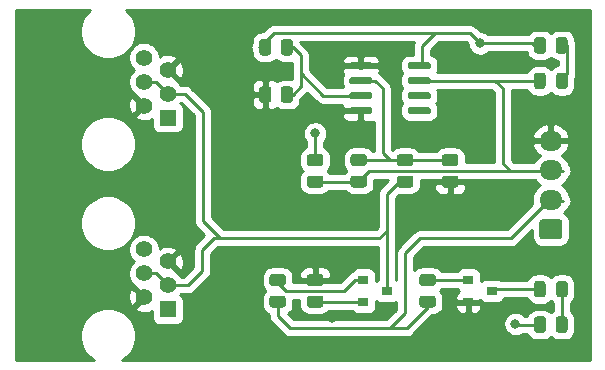
<source format=gbr>
G04 #@! TF.GenerationSoftware,KiCad,Pcbnew,5.1.7-a382d34a8~87~ubuntu20.04.1*
G04 #@! TF.CreationDate,2020-11-16T15:14:02+01:00*
G04 #@! TF.ProjectId,LocoNetInterface_V1.1,4c6f636f-4e65-4744-996e-746572666163,rev?*
G04 #@! TF.SameCoordinates,Original*
G04 #@! TF.FileFunction,Copper,L1,Top*
G04 #@! TF.FilePolarity,Positive*
%FSLAX46Y46*%
G04 Gerber Fmt 4.6, Leading zero omitted, Abs format (unit mm)*
G04 Created by KiCad (PCBNEW 5.1.7-a382d34a8~87~ubuntu20.04.1) date 2020-11-16 15:14:02*
%MOMM*%
%LPD*%
G01*
G04 APERTURE LIST*
G04 #@! TA.AperFunction,ComponentPad*
%ADD10R,1.398000X1.398000*%
G04 #@! TD*
G04 #@! TA.AperFunction,ComponentPad*
%ADD11C,1.398000*%
G04 #@! TD*
G04 #@! TA.AperFunction,ComponentPad*
%ADD12O,1.950000X1.700000*%
G04 #@! TD*
G04 #@! TA.AperFunction,SMDPad,CuDef*
%ADD13R,0.900000X0.800000*%
G04 #@! TD*
G04 #@! TA.AperFunction,ViaPad*
%ADD14C,0.800000*%
G04 #@! TD*
G04 #@! TA.AperFunction,Conductor*
%ADD15C,0.250000*%
G04 #@! TD*
G04 #@! TA.AperFunction,Conductor*
%ADD16C,0.254000*%
G04 #@! TD*
G04 #@! TA.AperFunction,Conductor*
%ADD17C,0.100000*%
G04 #@! TD*
G04 APERTURE END LIST*
D10*
X53580000Y-126040000D03*
D11*
X53580000Y-124008000D03*
X53580000Y-121976000D03*
X51550000Y-125024000D03*
X51548000Y-122992000D03*
X51550000Y-120960000D03*
D10*
X53580000Y-109790000D03*
D11*
X53580000Y-107758000D03*
X53580000Y-105726000D03*
X51550000Y-108774000D03*
X51548000Y-106742000D03*
X51550000Y-104710000D03*
G04 #@! TA.AperFunction,SMDPad,CuDef*
G36*
G01*
X63315001Y-124060000D02*
X62414999Y-124060000D01*
G75*
G02*
X62165000Y-123810001I0J249999D01*
G01*
X62165000Y-123284999D01*
G75*
G02*
X62414999Y-123035000I249999J0D01*
G01*
X63315001Y-123035000D01*
G75*
G02*
X63565000Y-123284999I0J-249999D01*
G01*
X63565000Y-123810001D01*
G75*
G02*
X63315001Y-124060000I-249999J0D01*
G01*
G37*
G04 #@! TD.AperFunction*
G04 #@! TA.AperFunction,SMDPad,CuDef*
G36*
G01*
X63315001Y-125885000D02*
X62414999Y-125885000D01*
G75*
G02*
X62165000Y-125635001I0J249999D01*
G01*
X62165000Y-125109999D01*
G75*
G02*
X62414999Y-124860000I249999J0D01*
G01*
X63315001Y-124860000D01*
G75*
G02*
X63565000Y-125109999I0J-249999D01*
G01*
X63565000Y-125635001D01*
G75*
G02*
X63315001Y-125885000I-249999J0D01*
G01*
G37*
G04 #@! TD.AperFunction*
G04 #@! TA.AperFunction,SMDPad,CuDef*
G36*
G01*
X65589999Y-124860000D02*
X66490001Y-124860000D01*
G75*
G02*
X66740000Y-125109999I0J-249999D01*
G01*
X66740000Y-125635001D01*
G75*
G02*
X66490001Y-125885000I-249999J0D01*
G01*
X65589999Y-125885000D01*
G75*
G02*
X65340000Y-125635001I0J249999D01*
G01*
X65340000Y-125109999D01*
G75*
G02*
X65589999Y-124860000I249999J0D01*
G01*
G37*
G04 #@! TD.AperFunction*
G04 #@! TA.AperFunction,SMDPad,CuDef*
G36*
G01*
X65589999Y-123035000D02*
X66490001Y-123035000D01*
G75*
G02*
X66740000Y-123284999I0J-249999D01*
G01*
X66740000Y-123810001D01*
G75*
G02*
X66490001Y-124060000I-249999J0D01*
G01*
X65589999Y-124060000D01*
G75*
G02*
X65340000Y-123810001I0J249999D01*
G01*
X65340000Y-123284999D01*
G75*
G02*
X65589999Y-123035000I249999J0D01*
G01*
G37*
G04 #@! TD.AperFunction*
G04 #@! TA.AperFunction,SMDPad,CuDef*
G36*
G01*
X76015001Y-124060000D02*
X75114999Y-124060000D01*
G75*
G02*
X74865000Y-123810001I0J249999D01*
G01*
X74865000Y-123284999D01*
G75*
G02*
X75114999Y-123035000I249999J0D01*
G01*
X76015001Y-123035000D01*
G75*
G02*
X76265000Y-123284999I0J-249999D01*
G01*
X76265000Y-123810001D01*
G75*
G02*
X76015001Y-124060000I-249999J0D01*
G01*
G37*
G04 #@! TD.AperFunction*
G04 #@! TA.AperFunction,SMDPad,CuDef*
G36*
G01*
X76015001Y-125885000D02*
X75114999Y-125885000D01*
G75*
G02*
X74865000Y-125635001I0J249999D01*
G01*
X74865000Y-125109999D01*
G75*
G02*
X75114999Y-124860000I249999J0D01*
G01*
X76015001Y-124860000D01*
G75*
G02*
X76265000Y-125109999I0J-249999D01*
G01*
X76265000Y-125635001D01*
G75*
G02*
X76015001Y-125885000I-249999J0D01*
G01*
G37*
G04 #@! TD.AperFunction*
G04 #@! TA.AperFunction,SMDPad,CuDef*
G36*
G01*
X85600000Y-126869999D02*
X85600000Y-127770001D01*
G75*
G02*
X85350001Y-128020000I-249999J0D01*
G01*
X84824999Y-128020000D01*
G75*
G02*
X84575000Y-127770001I0J249999D01*
G01*
X84575000Y-126869999D01*
G75*
G02*
X84824999Y-126620000I249999J0D01*
G01*
X85350001Y-126620000D01*
G75*
G02*
X85600000Y-126869999I0J-249999D01*
G01*
G37*
G04 #@! TD.AperFunction*
G04 #@! TA.AperFunction,SMDPad,CuDef*
G36*
G01*
X87425000Y-126869999D02*
X87425000Y-127770001D01*
G75*
G02*
X87175001Y-128020000I-249999J0D01*
G01*
X86649999Y-128020000D01*
G75*
G02*
X86400000Y-127770001I0J249999D01*
G01*
X86400000Y-126869999D01*
G75*
G02*
X86649999Y-126620000I249999J0D01*
G01*
X87175001Y-126620000D01*
G75*
G02*
X87425000Y-126869999I0J-249999D01*
G01*
G37*
G04 #@! TD.AperFunction*
G04 #@! TA.AperFunction,SMDPad,CuDef*
G36*
G01*
X70180001Y-113900000D02*
X69279999Y-113900000D01*
G75*
G02*
X69030000Y-113650001I0J249999D01*
G01*
X69030000Y-113124999D01*
G75*
G02*
X69279999Y-112875000I249999J0D01*
G01*
X70180001Y-112875000D01*
G75*
G02*
X70430000Y-113124999I0J-249999D01*
G01*
X70430000Y-113650001D01*
G75*
G02*
X70180001Y-113900000I-249999J0D01*
G01*
G37*
G04 #@! TD.AperFunction*
G04 #@! TA.AperFunction,SMDPad,CuDef*
G36*
G01*
X70180001Y-115725000D02*
X69279999Y-115725000D01*
G75*
G02*
X69030000Y-115475001I0J249999D01*
G01*
X69030000Y-114949999D01*
G75*
G02*
X69279999Y-114700000I249999J0D01*
G01*
X70180001Y-114700000D01*
G75*
G02*
X70430000Y-114949999I0J-249999D01*
G01*
X70430000Y-115475001D01*
G75*
G02*
X70180001Y-115725000I-249999J0D01*
G01*
G37*
G04 #@! TD.AperFunction*
G04 #@! TA.AperFunction,SMDPad,CuDef*
G36*
G01*
X85600000Y-103229999D02*
X85600000Y-104130001D01*
G75*
G02*
X85350001Y-104380000I-249999J0D01*
G01*
X84824999Y-104380000D01*
G75*
G02*
X84575000Y-104130001I0J249999D01*
G01*
X84575000Y-103229999D01*
G75*
G02*
X84824999Y-102980000I249999J0D01*
G01*
X85350001Y-102980000D01*
G75*
G02*
X85600000Y-103229999I0J-249999D01*
G01*
G37*
G04 #@! TD.AperFunction*
G04 #@! TA.AperFunction,SMDPad,CuDef*
G36*
G01*
X87425000Y-103229999D02*
X87425000Y-104130001D01*
G75*
G02*
X87175001Y-104380000I-249999J0D01*
G01*
X86649999Y-104380000D01*
G75*
G02*
X86400000Y-104130001I0J249999D01*
G01*
X86400000Y-103229999D01*
G75*
G02*
X86649999Y-102980000I249999J0D01*
G01*
X87175001Y-102980000D01*
G75*
G02*
X87425000Y-103229999I0J-249999D01*
G01*
G37*
G04 #@! TD.AperFunction*
G04 #@! TA.AperFunction,SMDPad,CuDef*
G36*
G01*
X77019999Y-114700000D02*
X77920001Y-114700000D01*
G75*
G02*
X78170000Y-114949999I0J-249999D01*
G01*
X78170000Y-115475001D01*
G75*
G02*
X77920001Y-115725000I-249999J0D01*
G01*
X77019999Y-115725000D01*
G75*
G02*
X76770000Y-115475001I0J249999D01*
G01*
X76770000Y-114949999D01*
G75*
G02*
X77019999Y-114700000I249999J0D01*
G01*
G37*
G04 #@! TD.AperFunction*
G04 #@! TA.AperFunction,SMDPad,CuDef*
G36*
G01*
X77019999Y-112875000D02*
X77920001Y-112875000D01*
G75*
G02*
X78170000Y-113124999I0J-249999D01*
G01*
X78170000Y-113650001D01*
G75*
G02*
X77920001Y-113900000I-249999J0D01*
G01*
X77019999Y-113900000D01*
G75*
G02*
X76770000Y-113650001I0J249999D01*
G01*
X76770000Y-113124999D01*
G75*
G02*
X77019999Y-112875000I249999J0D01*
G01*
G37*
G04 #@! TD.AperFunction*
G04 #@! TA.AperFunction,SMDPad,CuDef*
G36*
G01*
X74110001Y-113900000D02*
X73209999Y-113900000D01*
G75*
G02*
X72960000Y-113650001I0J249999D01*
G01*
X72960000Y-113124999D01*
G75*
G02*
X73209999Y-112875000I249999J0D01*
G01*
X74110001Y-112875000D01*
G75*
G02*
X74360000Y-113124999I0J-249999D01*
G01*
X74360000Y-113650001D01*
G75*
G02*
X74110001Y-113900000I-249999J0D01*
G01*
G37*
G04 #@! TD.AperFunction*
G04 #@! TA.AperFunction,SMDPad,CuDef*
G36*
G01*
X74110001Y-115725000D02*
X73209999Y-115725000D01*
G75*
G02*
X72960000Y-115475001I0J249999D01*
G01*
X72960000Y-114949999D01*
G75*
G02*
X73209999Y-114700000I249999J0D01*
G01*
X74110001Y-114700000D01*
G75*
G02*
X74360000Y-114949999I0J-249999D01*
G01*
X74360000Y-115475001D01*
G75*
G02*
X74110001Y-115725000I-249999J0D01*
G01*
G37*
G04 #@! TD.AperFunction*
G04 #@! TA.AperFunction,SMDPad,CuDef*
G36*
G01*
X66490001Y-113900000D02*
X65589999Y-113900000D01*
G75*
G02*
X65340000Y-113650001I0J249999D01*
G01*
X65340000Y-113124999D01*
G75*
G02*
X65589999Y-112875000I249999J0D01*
G01*
X66490001Y-112875000D01*
G75*
G02*
X66740000Y-113124999I0J-249999D01*
G01*
X66740000Y-113650001D01*
G75*
G02*
X66490001Y-113900000I-249999J0D01*
G01*
G37*
G04 #@! TD.AperFunction*
G04 #@! TA.AperFunction,SMDPad,CuDef*
G36*
G01*
X66490001Y-115725000D02*
X65589999Y-115725000D01*
G75*
G02*
X65340000Y-115475001I0J249999D01*
G01*
X65340000Y-114949999D01*
G75*
G02*
X65589999Y-114700000I249999J0D01*
G01*
X66490001Y-114700000D01*
G75*
G02*
X66740000Y-114949999I0J-249999D01*
G01*
X66740000Y-115475001D01*
G75*
G02*
X66490001Y-115725000I-249999J0D01*
G01*
G37*
G04 #@! TD.AperFunction*
G04 #@! TA.AperFunction,SMDPad,CuDef*
G36*
G01*
X62330000Y-107389999D02*
X62330000Y-108290001D01*
G75*
G02*
X62080001Y-108540000I-249999J0D01*
G01*
X61554999Y-108540000D01*
G75*
G02*
X61305000Y-108290001I0J249999D01*
G01*
X61305000Y-107389999D01*
G75*
G02*
X61554999Y-107140000I249999J0D01*
G01*
X62080001Y-107140000D01*
G75*
G02*
X62330000Y-107389999I0J-249999D01*
G01*
G37*
G04 #@! TD.AperFunction*
G04 #@! TA.AperFunction,SMDPad,CuDef*
G36*
G01*
X64155000Y-107389999D02*
X64155000Y-108290001D01*
G75*
G02*
X63905001Y-108540000I-249999J0D01*
G01*
X63379999Y-108540000D01*
G75*
G02*
X63130000Y-108290001I0J249999D01*
G01*
X63130000Y-107389999D01*
G75*
G02*
X63379999Y-107140000I249999J0D01*
G01*
X63905001Y-107140000D01*
G75*
G02*
X64155000Y-107389999I0J-249999D01*
G01*
G37*
G04 #@! TD.AperFunction*
G04 #@! TA.AperFunction,SMDPad,CuDef*
G36*
G01*
X63130000Y-104290001D02*
X63130000Y-103389999D01*
G75*
G02*
X63379999Y-103140000I249999J0D01*
G01*
X63905001Y-103140000D01*
G75*
G02*
X64155000Y-103389999I0J-249999D01*
G01*
X64155000Y-104290001D01*
G75*
G02*
X63905001Y-104540000I-249999J0D01*
G01*
X63379999Y-104540000D01*
G75*
G02*
X63130000Y-104290001I0J249999D01*
G01*
G37*
G04 #@! TD.AperFunction*
G04 #@! TA.AperFunction,SMDPad,CuDef*
G36*
G01*
X61305000Y-104290001D02*
X61305000Y-103389999D01*
G75*
G02*
X61554999Y-103140000I249999J0D01*
G01*
X62080001Y-103140000D01*
G75*
G02*
X62330000Y-103389999I0J-249999D01*
G01*
X62330000Y-104290001D01*
G75*
G02*
X62080001Y-104540000I-249999J0D01*
G01*
X61554999Y-104540000D01*
G75*
G02*
X61305000Y-104290001I0J249999D01*
G01*
G37*
G04 #@! TD.AperFunction*
D12*
X86000000Y-111750000D03*
X86000000Y-114250000D03*
X86000000Y-116750000D03*
G04 #@! TA.AperFunction,ComponentPad*
G36*
G01*
X86725000Y-120100000D02*
X85275000Y-120100000D01*
G75*
G02*
X85025000Y-119850000I0J250000D01*
G01*
X85025000Y-118650000D01*
G75*
G02*
X85275000Y-118400000I250000J0D01*
G01*
X86725000Y-118400000D01*
G75*
G02*
X86975000Y-118650000I0J-250000D01*
G01*
X86975000Y-119850000D01*
G75*
G02*
X86725000Y-120100000I-250000J0D01*
G01*
G37*
G04 #@! TD.AperFunction*
G04 #@! TA.AperFunction,SMDPad,CuDef*
G36*
G01*
X86450000Y-124776250D02*
X86450000Y-123863750D01*
G75*
G02*
X86693750Y-123620000I243750J0D01*
G01*
X87181250Y-123620000D01*
G75*
G02*
X87425000Y-123863750I0J-243750D01*
G01*
X87425000Y-124776250D01*
G75*
G02*
X87181250Y-125020000I-243750J0D01*
G01*
X86693750Y-125020000D01*
G75*
G02*
X86450000Y-124776250I0J243750D01*
G01*
G37*
G04 #@! TD.AperFunction*
G04 #@! TA.AperFunction,SMDPad,CuDef*
G36*
G01*
X84575000Y-124776250D02*
X84575000Y-123863750D01*
G75*
G02*
X84818750Y-123620000I243750J0D01*
G01*
X85306250Y-123620000D01*
G75*
G02*
X85550000Y-123863750I0J-243750D01*
G01*
X85550000Y-124776250D01*
G75*
G02*
X85306250Y-125020000I-243750J0D01*
G01*
X84818750Y-125020000D01*
G75*
G02*
X84575000Y-124776250I0J243750D01*
G01*
G37*
G04 #@! TD.AperFunction*
G04 #@! TA.AperFunction,SMDPad,CuDef*
G36*
G01*
X86450000Y-107136250D02*
X86450000Y-106223750D01*
G75*
G02*
X86693750Y-105980000I243750J0D01*
G01*
X87181250Y-105980000D01*
G75*
G02*
X87425000Y-106223750I0J-243750D01*
G01*
X87425000Y-107136250D01*
G75*
G02*
X87181250Y-107380000I-243750J0D01*
G01*
X86693750Y-107380000D01*
G75*
G02*
X86450000Y-107136250I0J243750D01*
G01*
G37*
G04 #@! TD.AperFunction*
G04 #@! TA.AperFunction,SMDPad,CuDef*
G36*
G01*
X84575000Y-107136250D02*
X84575000Y-106223750D01*
G75*
G02*
X84818750Y-105980000I243750J0D01*
G01*
X85306250Y-105980000D01*
G75*
G02*
X85550000Y-106223750I0J-243750D01*
G01*
X85550000Y-107136250D01*
G75*
G02*
X85306250Y-107380000I-243750J0D01*
G01*
X84818750Y-107380000D01*
G75*
G02*
X84575000Y-107136250I0J243750D01*
G01*
G37*
G04 #@! TD.AperFunction*
D13*
X72120000Y-124460000D03*
X70120000Y-125410000D03*
X70120000Y-123510000D03*
X81010000Y-124460000D03*
X79010000Y-125410000D03*
X79010000Y-123510000D03*
G04 #@! TA.AperFunction,SMDPad,CuDef*
G36*
G01*
X73890000Y-105560000D02*
X73890000Y-105260000D01*
G75*
G02*
X74040000Y-105110000I150000J0D01*
G01*
X75690000Y-105110000D01*
G75*
G02*
X75840000Y-105260000I0J-150000D01*
G01*
X75840000Y-105560000D01*
G75*
G02*
X75690000Y-105710000I-150000J0D01*
G01*
X74040000Y-105710000D01*
G75*
G02*
X73890000Y-105560000I0J150000D01*
G01*
G37*
G04 #@! TD.AperFunction*
G04 #@! TA.AperFunction,SMDPad,CuDef*
G36*
G01*
X73890000Y-106830000D02*
X73890000Y-106530000D01*
G75*
G02*
X74040000Y-106380000I150000J0D01*
G01*
X75690000Y-106380000D01*
G75*
G02*
X75840000Y-106530000I0J-150000D01*
G01*
X75840000Y-106830000D01*
G75*
G02*
X75690000Y-106980000I-150000J0D01*
G01*
X74040000Y-106980000D01*
G75*
G02*
X73890000Y-106830000I0J150000D01*
G01*
G37*
G04 #@! TD.AperFunction*
G04 #@! TA.AperFunction,SMDPad,CuDef*
G36*
G01*
X73890000Y-108100000D02*
X73890000Y-107800000D01*
G75*
G02*
X74040000Y-107650000I150000J0D01*
G01*
X75690000Y-107650000D01*
G75*
G02*
X75840000Y-107800000I0J-150000D01*
G01*
X75840000Y-108100000D01*
G75*
G02*
X75690000Y-108250000I-150000J0D01*
G01*
X74040000Y-108250000D01*
G75*
G02*
X73890000Y-108100000I0J150000D01*
G01*
G37*
G04 #@! TD.AperFunction*
G04 #@! TA.AperFunction,SMDPad,CuDef*
G36*
G01*
X73890000Y-109370000D02*
X73890000Y-109070000D01*
G75*
G02*
X74040000Y-108920000I150000J0D01*
G01*
X75690000Y-108920000D01*
G75*
G02*
X75840000Y-109070000I0J-150000D01*
G01*
X75840000Y-109370000D01*
G75*
G02*
X75690000Y-109520000I-150000J0D01*
G01*
X74040000Y-109520000D01*
G75*
G02*
X73890000Y-109370000I0J150000D01*
G01*
G37*
G04 #@! TD.AperFunction*
G04 #@! TA.AperFunction,SMDPad,CuDef*
G36*
G01*
X68940000Y-109370000D02*
X68940000Y-109070000D01*
G75*
G02*
X69090000Y-108920000I150000J0D01*
G01*
X70740000Y-108920000D01*
G75*
G02*
X70890000Y-109070000I0J-150000D01*
G01*
X70890000Y-109370000D01*
G75*
G02*
X70740000Y-109520000I-150000J0D01*
G01*
X69090000Y-109520000D01*
G75*
G02*
X68940000Y-109370000I0J150000D01*
G01*
G37*
G04 #@! TD.AperFunction*
G04 #@! TA.AperFunction,SMDPad,CuDef*
G36*
G01*
X68940000Y-108100000D02*
X68940000Y-107800000D01*
G75*
G02*
X69090000Y-107650000I150000J0D01*
G01*
X70740000Y-107650000D01*
G75*
G02*
X70890000Y-107800000I0J-150000D01*
G01*
X70890000Y-108100000D01*
G75*
G02*
X70740000Y-108250000I-150000J0D01*
G01*
X69090000Y-108250000D01*
G75*
G02*
X68940000Y-108100000I0J150000D01*
G01*
G37*
G04 #@! TD.AperFunction*
G04 #@! TA.AperFunction,SMDPad,CuDef*
G36*
G01*
X68940000Y-106830000D02*
X68940000Y-106530000D01*
G75*
G02*
X69090000Y-106380000I150000J0D01*
G01*
X70740000Y-106380000D01*
G75*
G02*
X70890000Y-106530000I0J-150000D01*
G01*
X70890000Y-106830000D01*
G75*
G02*
X70740000Y-106980000I-150000J0D01*
G01*
X69090000Y-106980000D01*
G75*
G02*
X68940000Y-106830000I0J150000D01*
G01*
G37*
G04 #@! TD.AperFunction*
G04 #@! TA.AperFunction,SMDPad,CuDef*
G36*
G01*
X68940000Y-105560000D02*
X68940000Y-105260000D01*
G75*
G02*
X69090000Y-105110000I150000J0D01*
G01*
X70740000Y-105110000D01*
G75*
G02*
X70890000Y-105260000I0J-150000D01*
G01*
X70890000Y-105560000D01*
G75*
G02*
X70740000Y-105710000I-150000J0D01*
G01*
X69090000Y-105710000D01*
G75*
G02*
X68940000Y-105560000I0J150000D01*
G01*
G37*
G04 #@! TD.AperFunction*
D14*
X69215000Y-121920000D03*
X80645000Y-117475000D03*
X78105000Y-109220000D03*
X72390000Y-104140000D03*
X55245000Y-115570000D03*
X78750000Y-105000000D03*
X67500000Y-126750000D03*
X80010000Y-103505000D03*
X66040000Y-111125000D03*
X83000000Y-127250000D03*
D15*
X75090000Y-106680000D02*
X75565000Y-106680000D01*
X81280000Y-106680000D02*
X81915000Y-107315000D01*
X81280000Y-106680000D02*
X85187500Y-106680000D01*
X75565000Y-106680000D02*
X81280000Y-106680000D01*
X81915000Y-107315000D02*
X81915000Y-113665000D01*
X81915000Y-113665000D02*
X82550000Y-114300000D01*
X86995000Y-114300000D02*
X82550000Y-114300000D01*
X69692500Y-115250000D02*
X66077500Y-115250000D01*
X66077500Y-115250000D02*
X66040000Y-115212500D01*
X70642500Y-114300000D02*
X69692500Y-115250000D01*
X82550000Y-114300000D02*
X70642500Y-114300000D01*
X87400000Y-106092500D02*
X86812500Y-106680000D01*
X87400000Y-103680000D02*
X87400000Y-106092500D01*
X86912500Y-127320000D02*
X87000000Y-127407500D01*
X86937500Y-127295000D02*
X86912500Y-127320000D01*
X86937500Y-124320000D02*
X86937500Y-127295000D01*
X81150000Y-124320000D02*
X81010000Y-124460000D01*
X85187500Y-124320000D02*
X81150000Y-124320000D01*
X72120000Y-119380000D02*
X72120000Y-124460000D01*
X73172500Y-115212500D02*
X73660000Y-115212500D01*
X72120000Y-116265000D02*
X73172500Y-115212500D01*
X72120000Y-119380000D02*
X72120000Y-116265000D01*
X52564000Y-122992000D02*
X53580000Y-124008000D01*
X51548000Y-122992000D02*
X52564000Y-122992000D01*
X55262000Y-124008000D02*
X55460000Y-123810000D01*
X53580000Y-124008000D02*
X55262000Y-124008000D01*
X52564000Y-106742000D02*
X53580000Y-107758000D01*
X51548000Y-106742000D02*
X52564000Y-106742000D01*
X56545001Y-118545001D02*
X58000000Y-120000000D01*
X56545001Y-109295001D02*
X56545001Y-118545001D01*
X55008000Y-107758000D02*
X56545001Y-109295001D01*
X53580000Y-107758000D02*
X55008000Y-107758000D01*
X71485000Y-120015000D02*
X72120000Y-119380000D01*
X58015000Y-120015000D02*
X71485000Y-120015000D01*
X58000000Y-120000000D02*
X58015000Y-120015000D01*
X56500000Y-122770000D02*
X55460000Y-123810000D01*
X56500000Y-121000000D02*
X56500000Y-122770000D01*
X57500000Y-120000000D02*
X56500000Y-121000000D01*
X58000000Y-120000000D02*
X57500000Y-120000000D01*
X85087500Y-126912500D02*
X85087500Y-127320000D01*
X84425000Y-103505000D02*
X84600000Y-103680000D01*
X80010000Y-103505000D02*
X84425000Y-103505000D01*
X62025710Y-103144290D02*
X61330000Y-103840000D01*
X62530010Y-102639990D02*
X62025710Y-103144290D01*
X80010000Y-103505000D02*
X79144990Y-102639990D01*
X66040000Y-111125000D02*
X66040000Y-112900000D01*
X79144990Y-102639990D02*
X76200000Y-102639990D01*
X76200000Y-102639990D02*
X62530010Y-102639990D01*
X75090000Y-103749990D02*
X76200000Y-102639990D01*
X75090000Y-105410000D02*
X75090000Y-103749990D01*
X83070000Y-127320000D02*
X83000000Y-127250000D01*
X85087500Y-127320000D02*
X83070000Y-127320000D01*
X73790000Y-127635000D02*
X75565000Y-125860000D01*
X62865000Y-125860000D02*
X62865000Y-126585000D01*
X62865000Y-126585000D02*
X63915000Y-127635000D01*
X63915000Y-127635000D02*
X72390000Y-127635000D01*
X72390000Y-127635000D02*
X73790000Y-127635000D01*
X73660000Y-126365000D02*
X72390000Y-127635000D01*
X73660000Y-121285000D02*
X73660000Y-126365000D01*
X74930000Y-120015000D02*
X73660000Y-121285000D01*
X82617919Y-120015000D02*
X74930000Y-120015000D01*
X86995000Y-116840000D02*
X85792919Y-116840000D01*
X85792919Y-116840000D02*
X82617919Y-120015000D01*
X66077500Y-125410000D02*
X70120000Y-125410000D01*
X66040000Y-125372500D02*
X66077500Y-125410000D01*
X69420000Y-123510000D02*
X70120000Y-123510000D01*
X68470000Y-124460000D02*
X69420000Y-123510000D01*
X63540000Y-124460000D02*
X68470000Y-124460000D01*
X62865000Y-123785000D02*
X63540000Y-124460000D01*
X62865000Y-123547500D02*
X62865000Y-123785000D01*
X64825710Y-104535710D02*
X64130000Y-103840000D01*
X64130000Y-107840000D02*
X64825710Y-107144290D01*
X64825710Y-107144290D02*
X64825710Y-106045000D01*
X64825710Y-106045000D02*
X64825710Y-104535710D01*
X66730710Y-107950000D02*
X64825710Y-106045000D01*
X69690000Y-107950000D02*
X66730710Y-107950000D01*
X71902500Y-113387500D02*
X69730000Y-113387500D01*
X73660000Y-113387500D02*
X71902500Y-113387500D01*
X72387500Y-113387500D02*
X71902500Y-113387500D01*
X71755000Y-112755000D02*
X72387500Y-113387500D01*
X71755000Y-107315000D02*
X71755000Y-112755000D01*
X71120000Y-106680000D02*
X71755000Y-107315000D01*
X69690000Y-106680000D02*
X71120000Y-106680000D01*
X77470000Y-113387500D02*
X73660000Y-113387500D01*
X78972500Y-123547500D02*
X75565000Y-123547500D01*
X79010000Y-123510000D02*
X78972500Y-123547500D01*
D16*
X46666868Y-100983088D02*
X46408595Y-101369621D01*
X46230694Y-101799113D01*
X46140000Y-102255060D01*
X46140000Y-102719940D01*
X46230694Y-103175887D01*
X46408595Y-103605379D01*
X46666868Y-103991912D01*
X46995588Y-104320632D01*
X47382121Y-104578905D01*
X47811613Y-104756806D01*
X48267560Y-104847500D01*
X48732440Y-104847500D01*
X49188387Y-104756806D01*
X49617879Y-104578905D01*
X50004412Y-104320632D01*
X50333132Y-103991912D01*
X50591405Y-103605379D01*
X50769306Y-103175887D01*
X50860000Y-102719940D01*
X50860000Y-102255060D01*
X50769306Y-101799113D01*
X50591405Y-101369621D01*
X50333132Y-100983088D01*
X50060044Y-100710000D01*
X89290001Y-100710000D01*
X89290000Y-130290000D01*
X49713520Y-130290000D01*
X50004412Y-130095632D01*
X50333132Y-129766912D01*
X50591405Y-129380379D01*
X50769306Y-128950887D01*
X50860000Y-128494940D01*
X50860000Y-128030060D01*
X50769306Y-127574113D01*
X50591405Y-127144621D01*
X50333132Y-126758088D01*
X50004412Y-126429368D01*
X49617879Y-126171095D01*
X49188387Y-125993194D01*
X48732440Y-125902500D01*
X48267560Y-125902500D01*
X47811613Y-125993194D01*
X47382121Y-126171095D01*
X46995588Y-126429368D01*
X46666868Y-126758088D01*
X46408595Y-127144621D01*
X46230694Y-127574113D01*
X46140000Y-128030060D01*
X46140000Y-128494940D01*
X46230694Y-128950887D01*
X46408595Y-129380379D01*
X46666868Y-129766912D01*
X46995588Y-130095632D01*
X47286480Y-130290000D01*
X40710000Y-130290000D01*
X40710000Y-125098512D01*
X50211618Y-125098512D01*
X50251871Y-125358186D01*
X50342010Y-125605017D01*
X50395779Y-125705611D01*
X50629445Y-125764950D01*
X51370395Y-125024000D01*
X50629445Y-124283050D01*
X50395779Y-124342389D01*
X50284982Y-124580664D01*
X50222798Y-124835975D01*
X50211618Y-125098512D01*
X40710000Y-125098512D01*
X40710000Y-118505060D01*
X46140000Y-118505060D01*
X46140000Y-118969940D01*
X46230694Y-119425887D01*
X46408595Y-119855379D01*
X46666868Y-120241912D01*
X46995588Y-120570632D01*
X47382121Y-120828905D01*
X47811613Y-121006806D01*
X48267560Y-121097500D01*
X48732440Y-121097500D01*
X49188387Y-121006806D01*
X49617879Y-120828905D01*
X50004412Y-120570632D01*
X50333132Y-120241912D01*
X50591405Y-119855379D01*
X50769306Y-119425887D01*
X50860000Y-118969940D01*
X50860000Y-118505060D01*
X50769306Y-118049113D01*
X50591405Y-117619621D01*
X50333132Y-117233088D01*
X50004412Y-116904368D01*
X49617879Y-116646095D01*
X49188387Y-116468194D01*
X48732440Y-116377500D01*
X48267560Y-116377500D01*
X47811613Y-116468194D01*
X47382121Y-116646095D01*
X46995588Y-116904368D01*
X46666868Y-117233088D01*
X46408595Y-117619621D01*
X46230694Y-118049113D01*
X46140000Y-118505060D01*
X40710000Y-118505060D01*
X40710000Y-111780060D01*
X46140000Y-111780060D01*
X46140000Y-112244940D01*
X46230694Y-112700887D01*
X46408595Y-113130379D01*
X46666868Y-113516912D01*
X46995588Y-113845632D01*
X47382121Y-114103905D01*
X47811613Y-114281806D01*
X48267560Y-114372500D01*
X48732440Y-114372500D01*
X49188387Y-114281806D01*
X49617879Y-114103905D01*
X50004412Y-113845632D01*
X50333132Y-113516912D01*
X50591405Y-113130379D01*
X50769306Y-112700887D01*
X50860000Y-112244940D01*
X50860000Y-111780060D01*
X50769306Y-111324113D01*
X50591405Y-110894621D01*
X50333132Y-110508088D01*
X50004412Y-110179368D01*
X49617879Y-109921095D01*
X49188387Y-109743194D01*
X48732440Y-109652500D01*
X48267560Y-109652500D01*
X47811613Y-109743194D01*
X47382121Y-109921095D01*
X46995588Y-110179368D01*
X46666868Y-110508088D01*
X46408595Y-110894621D01*
X46230694Y-111324113D01*
X46140000Y-111780060D01*
X40710000Y-111780060D01*
X40710000Y-108848512D01*
X50211618Y-108848512D01*
X50251871Y-109108186D01*
X50342010Y-109355017D01*
X50395779Y-109455611D01*
X50629445Y-109514950D01*
X51370395Y-108774000D01*
X50629445Y-108033050D01*
X50395779Y-108092389D01*
X50284982Y-108330664D01*
X50222798Y-108585975D01*
X50211618Y-108848512D01*
X40710000Y-108848512D01*
X40710000Y-106610612D01*
X50214000Y-106610612D01*
X50214000Y-106873388D01*
X50265265Y-107131114D01*
X50365824Y-107373886D01*
X50511814Y-107592376D01*
X50697624Y-107778186D01*
X50809225Y-107852755D01*
X50809050Y-107853445D01*
X51550000Y-108594395D01*
X51564143Y-108580253D01*
X51743748Y-108759858D01*
X51729605Y-108774000D01*
X51743748Y-108788143D01*
X51564143Y-108967748D01*
X51550000Y-108953605D01*
X50809050Y-109694555D01*
X50868389Y-109928221D01*
X51106664Y-110039018D01*
X51361975Y-110101202D01*
X51624512Y-110112382D01*
X51884186Y-110072129D01*
X52131017Y-109981990D01*
X52231611Y-109928221D01*
X52242928Y-109883657D01*
X52242928Y-110489000D01*
X52255188Y-110613482D01*
X52291498Y-110733180D01*
X52350463Y-110843494D01*
X52429815Y-110940185D01*
X52526506Y-111019537D01*
X52636820Y-111078502D01*
X52756518Y-111114812D01*
X52881000Y-111127072D01*
X54279000Y-111127072D01*
X54403482Y-111114812D01*
X54523180Y-111078502D01*
X54633494Y-111019537D01*
X54730185Y-110940185D01*
X54809537Y-110843494D01*
X54868502Y-110733180D01*
X54904812Y-110613482D01*
X54917072Y-110489000D01*
X54917072Y-109091000D01*
X54904812Y-108966518D01*
X54868502Y-108846820D01*
X54809537Y-108736506D01*
X54730185Y-108639815D01*
X54642992Y-108568258D01*
X54676573Y-108518000D01*
X54693199Y-108518000D01*
X55785001Y-109609803D01*
X55785002Y-118507669D01*
X55781325Y-118545001D01*
X55795999Y-118693986D01*
X55839455Y-118837247D01*
X55910027Y-118969277D01*
X55981202Y-119056003D01*
X56005001Y-119085002D01*
X56033999Y-119108800D01*
X56675198Y-119750000D01*
X55989002Y-120436196D01*
X55959999Y-120459999D01*
X55909672Y-120521323D01*
X55865026Y-120575724D01*
X55814382Y-120670472D01*
X55794454Y-120707754D01*
X55750997Y-120851015D01*
X55740000Y-120962668D01*
X55740000Y-120962678D01*
X55736324Y-121000000D01*
X55740000Y-121037323D01*
X55740001Y-122455197D01*
X54948998Y-123246201D01*
X54947199Y-123248000D01*
X54676573Y-123248000D01*
X54616186Y-123157624D01*
X54430376Y-122971814D01*
X54320485Y-122898387D01*
X54320950Y-122896555D01*
X53580000Y-122155605D01*
X53565858Y-122169748D01*
X53386253Y-121990143D01*
X53400395Y-121976000D01*
X53759605Y-121976000D01*
X54500555Y-122716950D01*
X54734221Y-122657611D01*
X54845018Y-122419336D01*
X54907202Y-122164025D01*
X54918382Y-121901488D01*
X54878129Y-121641814D01*
X54787990Y-121394983D01*
X54734221Y-121294389D01*
X54500555Y-121235050D01*
X53759605Y-121976000D01*
X53400395Y-121976000D01*
X53386253Y-121961858D01*
X53565858Y-121782253D01*
X53580000Y-121796395D01*
X54320950Y-121055445D01*
X54261611Y-120821779D01*
X54023336Y-120710982D01*
X53768025Y-120648798D01*
X53505488Y-120637618D01*
X53245814Y-120677871D01*
X52998983Y-120768010D01*
X52898389Y-120821779D01*
X52884000Y-120878440D01*
X52884000Y-120828612D01*
X52832735Y-120570886D01*
X52732176Y-120328114D01*
X52586186Y-120109624D01*
X52400376Y-119923814D01*
X52181886Y-119777824D01*
X51939114Y-119677265D01*
X51681388Y-119626000D01*
X51418612Y-119626000D01*
X51160886Y-119677265D01*
X50918114Y-119777824D01*
X50699624Y-119923814D01*
X50513814Y-120109624D01*
X50367824Y-120328114D01*
X50267265Y-120570886D01*
X50216000Y-120828612D01*
X50216000Y-121091388D01*
X50267265Y-121349114D01*
X50367824Y-121591886D01*
X50513814Y-121810376D01*
X50678438Y-121975000D01*
X50511814Y-122141624D01*
X50365824Y-122360114D01*
X50265265Y-122602886D01*
X50214000Y-122860612D01*
X50214000Y-123123388D01*
X50265265Y-123381114D01*
X50365824Y-123623886D01*
X50511814Y-123842376D01*
X50697624Y-124028186D01*
X50809225Y-124102755D01*
X50809050Y-124103445D01*
X51550000Y-124844395D01*
X51564143Y-124830253D01*
X51743748Y-125009858D01*
X51729605Y-125024000D01*
X51743748Y-125038143D01*
X51564143Y-125217748D01*
X51550000Y-125203605D01*
X50809050Y-125944555D01*
X50868389Y-126178221D01*
X51106664Y-126289018D01*
X51361975Y-126351202D01*
X51624512Y-126362382D01*
X51884186Y-126322129D01*
X52131017Y-126231990D01*
X52231611Y-126178221D01*
X52242928Y-126133657D01*
X52242928Y-126739000D01*
X52255188Y-126863482D01*
X52291498Y-126983180D01*
X52350463Y-127093494D01*
X52429815Y-127190185D01*
X52526506Y-127269537D01*
X52636820Y-127328502D01*
X52756518Y-127364812D01*
X52881000Y-127377072D01*
X54279000Y-127377072D01*
X54403482Y-127364812D01*
X54523180Y-127328502D01*
X54633494Y-127269537D01*
X54730185Y-127190185D01*
X54809537Y-127093494D01*
X54868502Y-126983180D01*
X54904812Y-126863482D01*
X54917072Y-126739000D01*
X54917072Y-125341000D01*
X54904812Y-125216518D01*
X54868502Y-125096820D01*
X54809537Y-124986506D01*
X54730185Y-124889815D01*
X54642992Y-124818258D01*
X54676573Y-124768000D01*
X55224678Y-124768000D01*
X55262000Y-124771676D01*
X55299322Y-124768000D01*
X55299333Y-124768000D01*
X55410986Y-124757003D01*
X55554247Y-124713546D01*
X55686276Y-124642974D01*
X55802001Y-124548001D01*
X55825804Y-124518997D01*
X56023799Y-124321002D01*
X57011003Y-123333799D01*
X57040001Y-123310001D01*
X57084931Y-123255254D01*
X57134974Y-123194277D01*
X57205546Y-123062247D01*
X57213811Y-123035000D01*
X57249003Y-122918986D01*
X57260000Y-122807333D01*
X57260000Y-122807324D01*
X57263676Y-122770001D01*
X57260000Y-122732678D01*
X57260000Y-121314801D01*
X57814802Y-120760000D01*
X57852818Y-120760000D01*
X57866014Y-120764003D01*
X57977667Y-120775000D01*
X57977677Y-120775000D01*
X58014999Y-120778676D01*
X58052322Y-120775000D01*
X71360000Y-120775000D01*
X71360001Y-123505680D01*
X71315506Y-123529463D01*
X71218815Y-123608815D01*
X71208072Y-123621905D01*
X71208072Y-123110000D01*
X71195812Y-122985518D01*
X71159502Y-122865820D01*
X71100537Y-122755506D01*
X71021185Y-122658815D01*
X70924494Y-122579463D01*
X70814180Y-122520498D01*
X70694482Y-122484188D01*
X70570000Y-122471928D01*
X69670000Y-122471928D01*
X69545518Y-122484188D01*
X69425820Y-122520498D01*
X69315506Y-122579463D01*
X69218815Y-122658815D01*
X69139463Y-122755506D01*
X69107518Y-122815270D01*
X68995723Y-122875026D01*
X68942157Y-122918987D01*
X68879999Y-122969999D01*
X68856201Y-122998997D01*
X68155199Y-123700000D01*
X67241750Y-123700000D01*
X67216250Y-123674500D01*
X66167000Y-123674500D01*
X66167000Y-123694500D01*
X65913000Y-123694500D01*
X65913000Y-123674500D01*
X64863750Y-123674500D01*
X64838250Y-123700000D01*
X64203072Y-123700000D01*
X64203072Y-123284999D01*
X64186008Y-123111745D01*
X64162728Y-123035000D01*
X64701928Y-123035000D01*
X64705000Y-123261750D01*
X64863750Y-123420500D01*
X65913000Y-123420500D01*
X65913000Y-122558750D01*
X66167000Y-122558750D01*
X66167000Y-123420500D01*
X67216250Y-123420500D01*
X67375000Y-123261750D01*
X67378072Y-123035000D01*
X67365812Y-122910518D01*
X67329502Y-122790820D01*
X67270537Y-122680506D01*
X67191185Y-122583815D01*
X67094494Y-122504463D01*
X66984180Y-122445498D01*
X66864482Y-122409188D01*
X66740000Y-122396928D01*
X66325750Y-122400000D01*
X66167000Y-122558750D01*
X65913000Y-122558750D01*
X65754250Y-122400000D01*
X65340000Y-122396928D01*
X65215518Y-122409188D01*
X65095820Y-122445498D01*
X64985506Y-122504463D01*
X64888815Y-122583815D01*
X64809463Y-122680506D01*
X64750498Y-122790820D01*
X64714188Y-122910518D01*
X64701928Y-123035000D01*
X64162728Y-123035000D01*
X64135472Y-122945149D01*
X64053405Y-122791613D01*
X63942962Y-122657038D01*
X63808387Y-122546595D01*
X63654851Y-122464528D01*
X63488255Y-122413992D01*
X63315001Y-122396928D01*
X62414999Y-122396928D01*
X62241745Y-122413992D01*
X62075149Y-122464528D01*
X61921613Y-122546595D01*
X61787038Y-122657038D01*
X61676595Y-122791613D01*
X61594528Y-122945149D01*
X61543992Y-123111745D01*
X61526928Y-123284999D01*
X61526928Y-123810001D01*
X61543992Y-123983255D01*
X61594528Y-124149851D01*
X61676595Y-124303387D01*
X61787038Y-124437962D01*
X61813891Y-124460000D01*
X61787038Y-124482038D01*
X61676595Y-124616613D01*
X61594528Y-124770149D01*
X61543992Y-124936745D01*
X61526928Y-125109999D01*
X61526928Y-125635001D01*
X61543992Y-125808255D01*
X61594528Y-125974851D01*
X61676595Y-126128387D01*
X61787038Y-126262962D01*
X61921613Y-126373405D01*
X62075149Y-126455472D01*
X62105000Y-126464527D01*
X62105000Y-126547678D01*
X62101324Y-126585000D01*
X62105000Y-126622322D01*
X62105000Y-126622333D01*
X62115997Y-126733986D01*
X62138752Y-126808998D01*
X62159454Y-126877246D01*
X62230026Y-127009276D01*
X62245191Y-127027754D01*
X62325000Y-127125001D01*
X62353998Y-127148799D01*
X63351201Y-128146003D01*
X63374999Y-128175001D01*
X63490724Y-128269974D01*
X63622753Y-128340546D01*
X63766014Y-128384003D01*
X63877667Y-128395000D01*
X63877676Y-128395000D01*
X63914999Y-128398676D01*
X63952322Y-128395000D01*
X72352678Y-128395000D01*
X72390000Y-128398676D01*
X72427322Y-128395000D01*
X73752678Y-128395000D01*
X73790000Y-128398676D01*
X73827322Y-128395000D01*
X73827333Y-128395000D01*
X73938986Y-128384003D01*
X74082247Y-128340546D01*
X74214276Y-128269974D01*
X74330001Y-128175001D01*
X74353804Y-128145997D01*
X75976730Y-126523072D01*
X76015001Y-126523072D01*
X76188255Y-126506008D01*
X76354851Y-126455472D01*
X76508387Y-126373405D01*
X76642962Y-126262962D01*
X76753405Y-126128387D01*
X76835472Y-125974851D01*
X76885478Y-125810000D01*
X77921928Y-125810000D01*
X77934188Y-125934482D01*
X77970498Y-126054180D01*
X78029463Y-126164494D01*
X78108815Y-126261185D01*
X78205506Y-126340537D01*
X78315820Y-126399502D01*
X78435518Y-126435812D01*
X78560000Y-126448072D01*
X78724250Y-126445000D01*
X78883000Y-126286250D01*
X78883000Y-125537000D01*
X79137000Y-125537000D01*
X79137000Y-126286250D01*
X79295750Y-126445000D01*
X79460000Y-126448072D01*
X79584482Y-126435812D01*
X79704180Y-126399502D01*
X79814494Y-126340537D01*
X79911185Y-126261185D01*
X79990537Y-126164494D01*
X80049502Y-126054180D01*
X80085812Y-125934482D01*
X80098072Y-125810000D01*
X80095000Y-125695750D01*
X79936250Y-125537000D01*
X79137000Y-125537000D01*
X78883000Y-125537000D01*
X78083750Y-125537000D01*
X77925000Y-125695750D01*
X77921928Y-125810000D01*
X76885478Y-125810000D01*
X76886008Y-125808255D01*
X76903072Y-125635001D01*
X76903072Y-125109999D01*
X76886008Y-124936745D01*
X76835472Y-124770149D01*
X76753405Y-124616613D01*
X76642962Y-124482038D01*
X76616109Y-124460000D01*
X76642962Y-124437962D01*
X76750030Y-124307500D01*
X78064757Y-124307500D01*
X78108815Y-124361185D01*
X78205506Y-124440537D01*
X78241918Y-124460000D01*
X78205506Y-124479463D01*
X78108815Y-124558815D01*
X78029463Y-124655506D01*
X77970498Y-124765820D01*
X77934188Y-124885518D01*
X77921928Y-125010000D01*
X77925000Y-125124250D01*
X78083750Y-125283000D01*
X78883000Y-125283000D01*
X78883000Y-125263000D01*
X79137000Y-125263000D01*
X79137000Y-125283000D01*
X79936250Y-125283000D01*
X80020857Y-125198393D01*
X80029463Y-125214494D01*
X80108815Y-125311185D01*
X80205506Y-125390537D01*
X80315820Y-125449502D01*
X80435518Y-125485812D01*
X80560000Y-125498072D01*
X81460000Y-125498072D01*
X81584482Y-125485812D01*
X81704180Y-125449502D01*
X81814494Y-125390537D01*
X81911185Y-125311185D01*
X81990537Y-125214494D01*
X82049502Y-125104180D01*
X82056837Y-125080000D01*
X83993827Y-125080000D01*
X84004053Y-125113709D01*
X84085542Y-125266164D01*
X84195208Y-125399792D01*
X84328836Y-125509458D01*
X84481291Y-125590947D01*
X84646715Y-125641128D01*
X84818750Y-125658072D01*
X85306250Y-125658072D01*
X85478285Y-125641128D01*
X85643709Y-125590947D01*
X85796164Y-125509458D01*
X85929792Y-125399792D01*
X86000000Y-125314244D01*
X86070208Y-125399792D01*
X86177500Y-125487845D01*
X86177501Y-126120430D01*
X86156613Y-126131595D01*
X86022038Y-126242038D01*
X86000000Y-126268891D01*
X85977962Y-126242038D01*
X85843387Y-126131595D01*
X85689851Y-126049528D01*
X85523255Y-125998992D01*
X85350001Y-125981928D01*
X84824999Y-125981928D01*
X84651745Y-125998992D01*
X84485149Y-126049528D01*
X84331613Y-126131595D01*
X84197038Y-126242038D01*
X84086595Y-126376613D01*
X84004528Y-126530149D01*
X83995473Y-126560000D01*
X83773711Y-126560000D01*
X83659774Y-126446063D01*
X83490256Y-126332795D01*
X83301898Y-126254774D01*
X83101939Y-126215000D01*
X82898061Y-126215000D01*
X82698102Y-126254774D01*
X82509744Y-126332795D01*
X82340226Y-126446063D01*
X82196063Y-126590226D01*
X82082795Y-126759744D01*
X82004774Y-126948102D01*
X81965000Y-127148061D01*
X81965000Y-127351939D01*
X82004774Y-127551898D01*
X82082795Y-127740256D01*
X82196063Y-127909774D01*
X82340226Y-128053937D01*
X82509744Y-128167205D01*
X82698102Y-128245226D01*
X82898061Y-128285000D01*
X83101939Y-128285000D01*
X83301898Y-128245226D01*
X83490256Y-128167205D01*
X83620768Y-128080000D01*
X83995473Y-128080000D01*
X84004528Y-128109851D01*
X84086595Y-128263387D01*
X84197038Y-128397962D01*
X84331613Y-128508405D01*
X84485149Y-128590472D01*
X84651745Y-128641008D01*
X84824999Y-128658072D01*
X85350001Y-128658072D01*
X85523255Y-128641008D01*
X85689851Y-128590472D01*
X85843387Y-128508405D01*
X85977962Y-128397962D01*
X86000000Y-128371109D01*
X86022038Y-128397962D01*
X86156613Y-128508405D01*
X86310149Y-128590472D01*
X86476745Y-128641008D01*
X86649999Y-128658072D01*
X87175001Y-128658072D01*
X87348255Y-128641008D01*
X87514851Y-128590472D01*
X87668387Y-128508405D01*
X87802962Y-128397962D01*
X87913405Y-128263387D01*
X87995472Y-128109851D01*
X88046008Y-127943255D01*
X88063072Y-127770001D01*
X88063072Y-126869999D01*
X88046008Y-126696745D01*
X87995472Y-126530149D01*
X87913405Y-126376613D01*
X87802962Y-126242038D01*
X87697500Y-126155487D01*
X87697500Y-125487845D01*
X87804792Y-125399792D01*
X87914458Y-125266164D01*
X87995947Y-125113709D01*
X88046128Y-124948285D01*
X88063072Y-124776250D01*
X88063072Y-123863750D01*
X88046128Y-123691715D01*
X87995947Y-123526291D01*
X87914458Y-123373836D01*
X87804792Y-123240208D01*
X87671164Y-123130542D01*
X87518709Y-123049053D01*
X87353285Y-122998872D01*
X87181250Y-122981928D01*
X86693750Y-122981928D01*
X86521715Y-122998872D01*
X86356291Y-123049053D01*
X86203836Y-123130542D01*
X86070208Y-123240208D01*
X86000000Y-123325756D01*
X85929792Y-123240208D01*
X85796164Y-123130542D01*
X85643709Y-123049053D01*
X85478285Y-122998872D01*
X85306250Y-122981928D01*
X84818750Y-122981928D01*
X84646715Y-122998872D01*
X84481291Y-123049053D01*
X84328836Y-123130542D01*
X84195208Y-123240208D01*
X84085542Y-123373836D01*
X84004053Y-123526291D01*
X83993827Y-123560000D01*
X81851704Y-123560000D01*
X81814494Y-123529463D01*
X81704180Y-123470498D01*
X81584482Y-123434188D01*
X81460000Y-123421928D01*
X80560000Y-123421928D01*
X80435518Y-123434188D01*
X80315820Y-123470498D01*
X80205506Y-123529463D01*
X80108815Y-123608815D01*
X80098072Y-123621905D01*
X80098072Y-123110000D01*
X80085812Y-122985518D01*
X80049502Y-122865820D01*
X79990537Y-122755506D01*
X79911185Y-122658815D01*
X79814494Y-122579463D01*
X79704180Y-122520498D01*
X79584482Y-122484188D01*
X79460000Y-122471928D01*
X78560000Y-122471928D01*
X78435518Y-122484188D01*
X78315820Y-122520498D01*
X78205506Y-122579463D01*
X78108815Y-122658815D01*
X78029463Y-122755506D01*
X78012362Y-122787500D01*
X76750030Y-122787500D01*
X76642962Y-122657038D01*
X76508387Y-122546595D01*
X76354851Y-122464528D01*
X76188255Y-122413992D01*
X76015001Y-122396928D01*
X75114999Y-122396928D01*
X74941745Y-122413992D01*
X74775149Y-122464528D01*
X74621613Y-122546595D01*
X74487038Y-122657038D01*
X74420000Y-122738724D01*
X74420000Y-121599801D01*
X75244802Y-120775000D01*
X82580597Y-120775000D01*
X82617919Y-120778676D01*
X82655241Y-120775000D01*
X82655252Y-120775000D01*
X82766905Y-120764003D01*
X82910166Y-120720546D01*
X83042195Y-120649974D01*
X83157920Y-120555001D01*
X83181723Y-120525997D01*
X84386928Y-119320792D01*
X84386928Y-119850000D01*
X84403992Y-120023254D01*
X84454528Y-120189850D01*
X84536595Y-120343386D01*
X84647038Y-120477962D01*
X84781614Y-120588405D01*
X84935150Y-120670472D01*
X85101746Y-120721008D01*
X85275000Y-120738072D01*
X86725000Y-120738072D01*
X86898254Y-120721008D01*
X87064850Y-120670472D01*
X87218386Y-120588405D01*
X87352962Y-120477962D01*
X87463405Y-120343386D01*
X87545472Y-120189850D01*
X87596008Y-120023254D01*
X87613072Y-119850000D01*
X87613072Y-118650000D01*
X87596008Y-118476746D01*
X87545472Y-118310150D01*
X87463405Y-118156614D01*
X87352962Y-118022038D01*
X87218386Y-117911595D01*
X87116663Y-117857223D01*
X87180134Y-117805134D01*
X87365706Y-117579014D01*
X87422911Y-117471991D01*
X87535001Y-117380001D01*
X87629974Y-117264276D01*
X87700546Y-117132247D01*
X87744003Y-116988986D01*
X87758677Y-116840000D01*
X87744003Y-116691014D01*
X87700546Y-116547753D01*
X87629974Y-116415724D01*
X87543430Y-116310269D01*
X87503599Y-116178966D01*
X87365706Y-115920986D01*
X87180134Y-115694866D01*
X86954014Y-115509294D01*
X86936626Y-115500000D01*
X86954014Y-115490706D01*
X87180134Y-115305134D01*
X87365706Y-115079014D01*
X87460999Y-114900733D01*
X87535001Y-114840001D01*
X87629974Y-114724276D01*
X87700546Y-114592247D01*
X87744003Y-114448986D01*
X87758677Y-114300000D01*
X87744003Y-114151014D01*
X87700546Y-114007753D01*
X87629974Y-113875724D01*
X87535001Y-113759999D01*
X87525919Y-113752546D01*
X87503599Y-113678966D01*
X87365706Y-113420986D01*
X87180134Y-113194866D01*
X86954014Y-113009294D01*
X86928278Y-112995538D01*
X87134429Y-112839049D01*
X87327496Y-112621193D01*
X87474352Y-112369858D01*
X87566476Y-112106890D01*
X87445155Y-111877000D01*
X86127000Y-111877000D01*
X86127000Y-111897000D01*
X85873000Y-111897000D01*
X85873000Y-111877000D01*
X84554845Y-111877000D01*
X84433524Y-112106890D01*
X84525648Y-112369858D01*
X84672504Y-112621193D01*
X84865571Y-112839049D01*
X85071722Y-112995538D01*
X85045986Y-113009294D01*
X84819866Y-113194866D01*
X84634294Y-113420986D01*
X84570680Y-113540000D01*
X82864802Y-113540000D01*
X82675000Y-113350199D01*
X82675000Y-111393110D01*
X84433524Y-111393110D01*
X84554845Y-111623000D01*
X85873000Y-111623000D01*
X85873000Y-110423835D01*
X86127000Y-110423835D01*
X86127000Y-111623000D01*
X87445155Y-111623000D01*
X87566476Y-111393110D01*
X87474352Y-111130142D01*
X87327496Y-110878807D01*
X87134429Y-110660951D01*
X86902570Y-110484947D01*
X86640830Y-110357558D01*
X86359267Y-110283680D01*
X86127000Y-110423835D01*
X85873000Y-110423835D01*
X85640733Y-110283680D01*
X85359170Y-110357558D01*
X85097430Y-110484947D01*
X84865571Y-110660951D01*
X84672504Y-110878807D01*
X84525648Y-111130142D01*
X84433524Y-111393110D01*
X82675000Y-111393110D01*
X82675000Y-107440000D01*
X83993827Y-107440000D01*
X84004053Y-107473709D01*
X84085542Y-107626164D01*
X84195208Y-107759792D01*
X84328836Y-107869458D01*
X84481291Y-107950947D01*
X84646715Y-108001128D01*
X84818750Y-108018072D01*
X85306250Y-108018072D01*
X85478285Y-108001128D01*
X85643709Y-107950947D01*
X85796164Y-107869458D01*
X85929792Y-107759792D01*
X86000000Y-107674244D01*
X86070208Y-107759792D01*
X86203836Y-107869458D01*
X86356291Y-107950947D01*
X86521715Y-108001128D01*
X86693750Y-108018072D01*
X87181250Y-108018072D01*
X87353285Y-108001128D01*
X87518709Y-107950947D01*
X87671164Y-107869458D01*
X87804792Y-107759792D01*
X87914458Y-107626164D01*
X87995947Y-107473709D01*
X88046128Y-107308285D01*
X88063072Y-107136250D01*
X88063072Y-106464209D01*
X88105546Y-106384747D01*
X88149003Y-106241486D01*
X88160000Y-106129833D01*
X88160000Y-106129824D01*
X88163676Y-106092501D01*
X88160000Y-106055178D01*
X88160000Y-103642667D01*
X88149003Y-103531014D01*
X88105546Y-103387753D01*
X88063072Y-103308291D01*
X88063072Y-103229999D01*
X88046008Y-103056745D01*
X87995472Y-102890149D01*
X87913405Y-102736613D01*
X87802962Y-102602038D01*
X87668387Y-102491595D01*
X87514851Y-102409528D01*
X87348255Y-102358992D01*
X87175001Y-102341928D01*
X86649999Y-102341928D01*
X86476745Y-102358992D01*
X86310149Y-102409528D01*
X86156613Y-102491595D01*
X86022038Y-102602038D01*
X86000000Y-102628891D01*
X85977962Y-102602038D01*
X85843387Y-102491595D01*
X85689851Y-102409528D01*
X85523255Y-102358992D01*
X85350001Y-102341928D01*
X84824999Y-102341928D01*
X84651745Y-102358992D01*
X84485149Y-102409528D01*
X84331613Y-102491595D01*
X84197038Y-102602038D01*
X84086595Y-102736613D01*
X84082112Y-102745000D01*
X80713711Y-102745000D01*
X80669774Y-102701063D01*
X80500256Y-102587795D01*
X80311898Y-102509774D01*
X80111939Y-102470000D01*
X80049801Y-102470000D01*
X79708793Y-102128992D01*
X79684991Y-102099989D01*
X79569266Y-102005016D01*
X79437237Y-101934444D01*
X79293976Y-101890987D01*
X79182323Y-101879990D01*
X79182312Y-101879990D01*
X79144990Y-101876314D01*
X79107668Y-101879990D01*
X76237322Y-101879990D01*
X76199999Y-101876314D01*
X76162676Y-101879990D01*
X62567333Y-101879990D01*
X62530010Y-101876314D01*
X62492687Y-101879990D01*
X62492677Y-101879990D01*
X62381024Y-101890987D01*
X62237763Y-101934444D01*
X62105733Y-102005016D01*
X62063156Y-102039959D01*
X61990009Y-102099989D01*
X61966206Y-102128993D01*
X61593271Y-102501928D01*
X61554999Y-102501928D01*
X61381745Y-102518992D01*
X61215149Y-102569528D01*
X61061613Y-102651595D01*
X60927038Y-102762038D01*
X60816595Y-102896613D01*
X60734528Y-103050149D01*
X60683992Y-103216745D01*
X60666928Y-103389999D01*
X60666928Y-103468291D01*
X60624454Y-103547754D01*
X60580998Y-103691015D01*
X60566324Y-103840000D01*
X60580998Y-103988985D01*
X60624454Y-104132246D01*
X60666928Y-104211709D01*
X60666928Y-104290001D01*
X60683992Y-104463255D01*
X60734528Y-104629851D01*
X60816595Y-104783387D01*
X60927038Y-104917962D01*
X61061613Y-105028405D01*
X61215149Y-105110472D01*
X61381745Y-105161008D01*
X61554999Y-105178072D01*
X62080001Y-105178072D01*
X62253255Y-105161008D01*
X62419851Y-105110472D01*
X62573387Y-105028405D01*
X62707962Y-104917962D01*
X62730000Y-104891109D01*
X62752038Y-104917962D01*
X62886613Y-105028405D01*
X63040149Y-105110472D01*
X63206745Y-105161008D01*
X63379999Y-105178072D01*
X63905001Y-105178072D01*
X64065711Y-105162244D01*
X64065710Y-106007677D01*
X64062034Y-106045000D01*
X64065710Y-106082322D01*
X64065710Y-106082332D01*
X64065711Y-106082342D01*
X64065711Y-106517756D01*
X63905001Y-106501928D01*
X63379999Y-106501928D01*
X63206745Y-106518992D01*
X63040149Y-106569528D01*
X62886613Y-106651595D01*
X62805363Y-106718276D01*
X62781185Y-106688815D01*
X62684494Y-106609463D01*
X62574180Y-106550498D01*
X62454482Y-106514188D01*
X62330000Y-106501928D01*
X62103250Y-106505000D01*
X61944500Y-106663750D01*
X61944500Y-107713000D01*
X61964500Y-107713000D01*
X61964500Y-107967000D01*
X61944500Y-107967000D01*
X61944500Y-109016250D01*
X62103250Y-109175000D01*
X62330000Y-109178072D01*
X62454482Y-109165812D01*
X62574180Y-109129502D01*
X62684494Y-109070537D01*
X62781185Y-108991185D01*
X62805363Y-108961724D01*
X62886613Y-109028405D01*
X63040149Y-109110472D01*
X63206745Y-109161008D01*
X63379999Y-109178072D01*
X63905001Y-109178072D01*
X64078255Y-109161008D01*
X64244851Y-109110472D01*
X64398387Y-109028405D01*
X64532962Y-108917962D01*
X64643405Y-108783387D01*
X64725472Y-108629851D01*
X64776008Y-108463255D01*
X64793072Y-108290001D01*
X64793072Y-108251729D01*
X65336714Y-107708088D01*
X65365711Y-107684291D01*
X65376749Y-107670841D01*
X66166911Y-108461003D01*
X66190709Y-108490001D01*
X66306434Y-108584974D01*
X66438463Y-108655546D01*
X66581724Y-108699003D01*
X66693377Y-108710000D01*
X66693387Y-108710000D01*
X66730710Y-108713676D01*
X66768033Y-108710000D01*
X68340130Y-108710000D01*
X68314188Y-108795518D01*
X68301928Y-108920000D01*
X68305000Y-108934250D01*
X68463750Y-109093000D01*
X69788000Y-109093000D01*
X69788000Y-109073000D01*
X70042000Y-109073000D01*
X70042000Y-109093000D01*
X70062000Y-109093000D01*
X70062000Y-109347000D01*
X70042000Y-109347000D01*
X70042000Y-109996250D01*
X70200750Y-110155000D01*
X70890000Y-110158072D01*
X70995001Y-110147731D01*
X70995001Y-112627500D01*
X70915030Y-112627500D01*
X70807962Y-112497038D01*
X70673387Y-112386595D01*
X70519851Y-112304528D01*
X70353255Y-112253992D01*
X70180001Y-112236928D01*
X69279999Y-112236928D01*
X69106745Y-112253992D01*
X68940149Y-112304528D01*
X68786613Y-112386595D01*
X68652038Y-112497038D01*
X68541595Y-112631613D01*
X68459528Y-112785149D01*
X68408992Y-112951745D01*
X68391928Y-113124999D01*
X68391928Y-113650001D01*
X68408992Y-113823255D01*
X68459528Y-113989851D01*
X68541595Y-114143387D01*
X68652038Y-114277962D01*
X68678891Y-114300000D01*
X68652038Y-114322038D01*
X68541595Y-114456613D01*
X68523749Y-114490000D01*
X67246251Y-114490000D01*
X67228405Y-114456613D01*
X67117962Y-114322038D01*
X67091109Y-114300000D01*
X67117962Y-114277962D01*
X67228405Y-114143387D01*
X67310472Y-113989851D01*
X67361008Y-113823255D01*
X67378072Y-113650001D01*
X67378072Y-113124999D01*
X67361008Y-112951745D01*
X67310472Y-112785149D01*
X67228405Y-112631613D01*
X67117962Y-112497038D01*
X66983387Y-112386595D01*
X66829851Y-112304528D01*
X66800000Y-112295473D01*
X66800000Y-111828711D01*
X66843937Y-111784774D01*
X66957205Y-111615256D01*
X67035226Y-111426898D01*
X67075000Y-111226939D01*
X67075000Y-111023061D01*
X67035226Y-110823102D01*
X66957205Y-110634744D01*
X66843937Y-110465226D01*
X66699774Y-110321063D01*
X66530256Y-110207795D01*
X66341898Y-110129774D01*
X66141939Y-110090000D01*
X65938061Y-110090000D01*
X65738102Y-110129774D01*
X65549744Y-110207795D01*
X65380226Y-110321063D01*
X65236063Y-110465226D01*
X65122795Y-110634744D01*
X65044774Y-110823102D01*
X65005000Y-111023061D01*
X65005000Y-111226939D01*
X65044774Y-111426898D01*
X65122795Y-111615256D01*
X65236063Y-111784774D01*
X65280000Y-111828711D01*
X65280001Y-112295473D01*
X65250149Y-112304528D01*
X65096613Y-112386595D01*
X64962038Y-112497038D01*
X64851595Y-112631613D01*
X64769528Y-112785149D01*
X64718992Y-112951745D01*
X64701928Y-113124999D01*
X64701928Y-113650001D01*
X64718992Y-113823255D01*
X64769528Y-113989851D01*
X64851595Y-114143387D01*
X64962038Y-114277962D01*
X64988891Y-114300000D01*
X64962038Y-114322038D01*
X64851595Y-114456613D01*
X64769528Y-114610149D01*
X64718992Y-114776745D01*
X64701928Y-114949999D01*
X64701928Y-115475001D01*
X64718992Y-115648255D01*
X64769528Y-115814851D01*
X64851595Y-115968387D01*
X64962038Y-116102962D01*
X65096613Y-116213405D01*
X65250149Y-116295472D01*
X65416745Y-116346008D01*
X65589999Y-116363072D01*
X66490001Y-116363072D01*
X66663255Y-116346008D01*
X66829851Y-116295472D01*
X66983387Y-116213405D01*
X67117962Y-116102962D01*
X67194254Y-116010000D01*
X68575746Y-116010000D01*
X68652038Y-116102962D01*
X68786613Y-116213405D01*
X68940149Y-116295472D01*
X69106745Y-116346008D01*
X69279999Y-116363072D01*
X70180001Y-116363072D01*
X70353255Y-116346008D01*
X70519851Y-116295472D01*
X70673387Y-116213405D01*
X70807962Y-116102962D01*
X70918405Y-115968387D01*
X71000472Y-115814851D01*
X71051008Y-115648255D01*
X71068072Y-115475001D01*
X71068072Y-115060000D01*
X72250198Y-115060000D01*
X71608998Y-115701201D01*
X71580000Y-115724999D01*
X71556202Y-115753997D01*
X71556201Y-115753998D01*
X71485026Y-115840724D01*
X71414454Y-115972754D01*
X71406492Y-115999003D01*
X71378587Y-116090998D01*
X71370998Y-116116015D01*
X71356324Y-116265000D01*
X71360001Y-116302332D01*
X71360000Y-119065198D01*
X71170199Y-119255000D01*
X58329802Y-119255000D01*
X57305001Y-118230200D01*
X57305001Y-109520000D01*
X68301928Y-109520000D01*
X68314188Y-109644482D01*
X68350498Y-109764180D01*
X68409463Y-109874494D01*
X68488815Y-109971185D01*
X68585506Y-110050537D01*
X68695820Y-110109502D01*
X68815518Y-110145812D01*
X68940000Y-110158072D01*
X69629250Y-110155000D01*
X69788000Y-109996250D01*
X69788000Y-109347000D01*
X68463750Y-109347000D01*
X68305000Y-109505750D01*
X68301928Y-109520000D01*
X57305001Y-109520000D01*
X57305001Y-109332326D01*
X57308677Y-109295001D01*
X57305001Y-109257676D01*
X57305001Y-109257668D01*
X57294004Y-109146015D01*
X57250547Y-109002754D01*
X57179975Y-108870725D01*
X57085002Y-108755000D01*
X57056005Y-108731203D01*
X56864802Y-108540000D01*
X60666928Y-108540000D01*
X60679188Y-108664482D01*
X60715498Y-108784180D01*
X60774463Y-108894494D01*
X60853815Y-108991185D01*
X60950506Y-109070537D01*
X61060820Y-109129502D01*
X61180518Y-109165812D01*
X61305000Y-109178072D01*
X61531750Y-109175000D01*
X61690500Y-109016250D01*
X61690500Y-107967000D01*
X60828750Y-107967000D01*
X60670000Y-108125750D01*
X60666928Y-108540000D01*
X56864802Y-108540000D01*
X55571804Y-107247003D01*
X55548001Y-107217999D01*
X55452959Y-107140000D01*
X60666928Y-107140000D01*
X60670000Y-107554250D01*
X60828750Y-107713000D01*
X61690500Y-107713000D01*
X61690500Y-106663750D01*
X61531750Y-106505000D01*
X61305000Y-106501928D01*
X61180518Y-106514188D01*
X61060820Y-106550498D01*
X60950506Y-106609463D01*
X60853815Y-106688815D01*
X60774463Y-106785506D01*
X60715498Y-106895820D01*
X60679188Y-107015518D01*
X60666928Y-107140000D01*
X55452959Y-107140000D01*
X55432276Y-107123026D01*
X55300247Y-107052454D01*
X55156986Y-107008997D01*
X55045333Y-106998000D01*
X55045322Y-106998000D01*
X55008000Y-106994324D01*
X54970678Y-106998000D01*
X54676573Y-106998000D01*
X54616186Y-106907624D01*
X54430376Y-106721814D01*
X54320485Y-106648387D01*
X54320950Y-106646555D01*
X53580000Y-105905605D01*
X53565858Y-105919748D01*
X53386253Y-105740143D01*
X53400395Y-105726000D01*
X53759605Y-105726000D01*
X54500555Y-106466950D01*
X54734221Y-106407611D01*
X54845018Y-106169336D01*
X54907202Y-105914025D01*
X54918382Y-105651488D01*
X54878129Y-105391814D01*
X54787990Y-105144983D01*
X54734221Y-105044389D01*
X54500555Y-104985050D01*
X53759605Y-105726000D01*
X53400395Y-105726000D01*
X53386253Y-105711858D01*
X53565858Y-105532253D01*
X53580000Y-105546395D01*
X54320950Y-104805445D01*
X54261611Y-104571779D01*
X54023336Y-104460982D01*
X53768025Y-104398798D01*
X53505488Y-104387618D01*
X53245814Y-104427871D01*
X52998983Y-104518010D01*
X52898389Y-104571779D01*
X52884000Y-104628440D01*
X52884000Y-104578612D01*
X52832735Y-104320886D01*
X52732176Y-104078114D01*
X52586186Y-103859624D01*
X52400376Y-103673814D01*
X52181886Y-103527824D01*
X51939114Y-103427265D01*
X51681388Y-103376000D01*
X51418612Y-103376000D01*
X51160886Y-103427265D01*
X50918114Y-103527824D01*
X50699624Y-103673814D01*
X50513814Y-103859624D01*
X50367824Y-104078114D01*
X50267265Y-104320886D01*
X50216000Y-104578612D01*
X50216000Y-104841388D01*
X50267265Y-105099114D01*
X50367824Y-105341886D01*
X50513814Y-105560376D01*
X50678438Y-105725000D01*
X50511814Y-105891624D01*
X50365824Y-106110114D01*
X50265265Y-106352886D01*
X50214000Y-106610612D01*
X40710000Y-106610612D01*
X40710000Y-100710000D01*
X46939956Y-100710000D01*
X46666868Y-100983088D01*
G04 #@! TA.AperFunction,Conductor*
D17*
G36*
X46666868Y-100983088D02*
G01*
X46408595Y-101369621D01*
X46230694Y-101799113D01*
X46140000Y-102255060D01*
X46140000Y-102719940D01*
X46230694Y-103175887D01*
X46408595Y-103605379D01*
X46666868Y-103991912D01*
X46995588Y-104320632D01*
X47382121Y-104578905D01*
X47811613Y-104756806D01*
X48267560Y-104847500D01*
X48732440Y-104847500D01*
X49188387Y-104756806D01*
X49617879Y-104578905D01*
X50004412Y-104320632D01*
X50333132Y-103991912D01*
X50591405Y-103605379D01*
X50769306Y-103175887D01*
X50860000Y-102719940D01*
X50860000Y-102255060D01*
X50769306Y-101799113D01*
X50591405Y-101369621D01*
X50333132Y-100983088D01*
X50060044Y-100710000D01*
X89290001Y-100710000D01*
X89290000Y-130290000D01*
X49713520Y-130290000D01*
X50004412Y-130095632D01*
X50333132Y-129766912D01*
X50591405Y-129380379D01*
X50769306Y-128950887D01*
X50860000Y-128494940D01*
X50860000Y-128030060D01*
X50769306Y-127574113D01*
X50591405Y-127144621D01*
X50333132Y-126758088D01*
X50004412Y-126429368D01*
X49617879Y-126171095D01*
X49188387Y-125993194D01*
X48732440Y-125902500D01*
X48267560Y-125902500D01*
X47811613Y-125993194D01*
X47382121Y-126171095D01*
X46995588Y-126429368D01*
X46666868Y-126758088D01*
X46408595Y-127144621D01*
X46230694Y-127574113D01*
X46140000Y-128030060D01*
X46140000Y-128494940D01*
X46230694Y-128950887D01*
X46408595Y-129380379D01*
X46666868Y-129766912D01*
X46995588Y-130095632D01*
X47286480Y-130290000D01*
X40710000Y-130290000D01*
X40710000Y-125098512D01*
X50211618Y-125098512D01*
X50251871Y-125358186D01*
X50342010Y-125605017D01*
X50395779Y-125705611D01*
X50629445Y-125764950D01*
X51370395Y-125024000D01*
X50629445Y-124283050D01*
X50395779Y-124342389D01*
X50284982Y-124580664D01*
X50222798Y-124835975D01*
X50211618Y-125098512D01*
X40710000Y-125098512D01*
X40710000Y-118505060D01*
X46140000Y-118505060D01*
X46140000Y-118969940D01*
X46230694Y-119425887D01*
X46408595Y-119855379D01*
X46666868Y-120241912D01*
X46995588Y-120570632D01*
X47382121Y-120828905D01*
X47811613Y-121006806D01*
X48267560Y-121097500D01*
X48732440Y-121097500D01*
X49188387Y-121006806D01*
X49617879Y-120828905D01*
X50004412Y-120570632D01*
X50333132Y-120241912D01*
X50591405Y-119855379D01*
X50769306Y-119425887D01*
X50860000Y-118969940D01*
X50860000Y-118505060D01*
X50769306Y-118049113D01*
X50591405Y-117619621D01*
X50333132Y-117233088D01*
X50004412Y-116904368D01*
X49617879Y-116646095D01*
X49188387Y-116468194D01*
X48732440Y-116377500D01*
X48267560Y-116377500D01*
X47811613Y-116468194D01*
X47382121Y-116646095D01*
X46995588Y-116904368D01*
X46666868Y-117233088D01*
X46408595Y-117619621D01*
X46230694Y-118049113D01*
X46140000Y-118505060D01*
X40710000Y-118505060D01*
X40710000Y-111780060D01*
X46140000Y-111780060D01*
X46140000Y-112244940D01*
X46230694Y-112700887D01*
X46408595Y-113130379D01*
X46666868Y-113516912D01*
X46995588Y-113845632D01*
X47382121Y-114103905D01*
X47811613Y-114281806D01*
X48267560Y-114372500D01*
X48732440Y-114372500D01*
X49188387Y-114281806D01*
X49617879Y-114103905D01*
X50004412Y-113845632D01*
X50333132Y-113516912D01*
X50591405Y-113130379D01*
X50769306Y-112700887D01*
X50860000Y-112244940D01*
X50860000Y-111780060D01*
X50769306Y-111324113D01*
X50591405Y-110894621D01*
X50333132Y-110508088D01*
X50004412Y-110179368D01*
X49617879Y-109921095D01*
X49188387Y-109743194D01*
X48732440Y-109652500D01*
X48267560Y-109652500D01*
X47811613Y-109743194D01*
X47382121Y-109921095D01*
X46995588Y-110179368D01*
X46666868Y-110508088D01*
X46408595Y-110894621D01*
X46230694Y-111324113D01*
X46140000Y-111780060D01*
X40710000Y-111780060D01*
X40710000Y-108848512D01*
X50211618Y-108848512D01*
X50251871Y-109108186D01*
X50342010Y-109355017D01*
X50395779Y-109455611D01*
X50629445Y-109514950D01*
X51370395Y-108774000D01*
X50629445Y-108033050D01*
X50395779Y-108092389D01*
X50284982Y-108330664D01*
X50222798Y-108585975D01*
X50211618Y-108848512D01*
X40710000Y-108848512D01*
X40710000Y-106610612D01*
X50214000Y-106610612D01*
X50214000Y-106873388D01*
X50265265Y-107131114D01*
X50365824Y-107373886D01*
X50511814Y-107592376D01*
X50697624Y-107778186D01*
X50809225Y-107852755D01*
X50809050Y-107853445D01*
X51550000Y-108594395D01*
X51564143Y-108580253D01*
X51743748Y-108759858D01*
X51729605Y-108774000D01*
X51743748Y-108788143D01*
X51564143Y-108967748D01*
X51550000Y-108953605D01*
X50809050Y-109694555D01*
X50868389Y-109928221D01*
X51106664Y-110039018D01*
X51361975Y-110101202D01*
X51624512Y-110112382D01*
X51884186Y-110072129D01*
X52131017Y-109981990D01*
X52231611Y-109928221D01*
X52242928Y-109883657D01*
X52242928Y-110489000D01*
X52255188Y-110613482D01*
X52291498Y-110733180D01*
X52350463Y-110843494D01*
X52429815Y-110940185D01*
X52526506Y-111019537D01*
X52636820Y-111078502D01*
X52756518Y-111114812D01*
X52881000Y-111127072D01*
X54279000Y-111127072D01*
X54403482Y-111114812D01*
X54523180Y-111078502D01*
X54633494Y-111019537D01*
X54730185Y-110940185D01*
X54809537Y-110843494D01*
X54868502Y-110733180D01*
X54904812Y-110613482D01*
X54917072Y-110489000D01*
X54917072Y-109091000D01*
X54904812Y-108966518D01*
X54868502Y-108846820D01*
X54809537Y-108736506D01*
X54730185Y-108639815D01*
X54642992Y-108568258D01*
X54676573Y-108518000D01*
X54693199Y-108518000D01*
X55785001Y-109609803D01*
X55785002Y-118507669D01*
X55781325Y-118545001D01*
X55795999Y-118693986D01*
X55839455Y-118837247D01*
X55910027Y-118969277D01*
X55981202Y-119056003D01*
X56005001Y-119085002D01*
X56033999Y-119108800D01*
X56675198Y-119750000D01*
X55989002Y-120436196D01*
X55959999Y-120459999D01*
X55909672Y-120521323D01*
X55865026Y-120575724D01*
X55814382Y-120670472D01*
X55794454Y-120707754D01*
X55750997Y-120851015D01*
X55740000Y-120962668D01*
X55740000Y-120962678D01*
X55736324Y-121000000D01*
X55740000Y-121037323D01*
X55740001Y-122455197D01*
X54948998Y-123246201D01*
X54947199Y-123248000D01*
X54676573Y-123248000D01*
X54616186Y-123157624D01*
X54430376Y-122971814D01*
X54320485Y-122898387D01*
X54320950Y-122896555D01*
X53580000Y-122155605D01*
X53565858Y-122169748D01*
X53386253Y-121990143D01*
X53400395Y-121976000D01*
X53759605Y-121976000D01*
X54500555Y-122716950D01*
X54734221Y-122657611D01*
X54845018Y-122419336D01*
X54907202Y-122164025D01*
X54918382Y-121901488D01*
X54878129Y-121641814D01*
X54787990Y-121394983D01*
X54734221Y-121294389D01*
X54500555Y-121235050D01*
X53759605Y-121976000D01*
X53400395Y-121976000D01*
X53386253Y-121961858D01*
X53565858Y-121782253D01*
X53580000Y-121796395D01*
X54320950Y-121055445D01*
X54261611Y-120821779D01*
X54023336Y-120710982D01*
X53768025Y-120648798D01*
X53505488Y-120637618D01*
X53245814Y-120677871D01*
X52998983Y-120768010D01*
X52898389Y-120821779D01*
X52884000Y-120878440D01*
X52884000Y-120828612D01*
X52832735Y-120570886D01*
X52732176Y-120328114D01*
X52586186Y-120109624D01*
X52400376Y-119923814D01*
X52181886Y-119777824D01*
X51939114Y-119677265D01*
X51681388Y-119626000D01*
X51418612Y-119626000D01*
X51160886Y-119677265D01*
X50918114Y-119777824D01*
X50699624Y-119923814D01*
X50513814Y-120109624D01*
X50367824Y-120328114D01*
X50267265Y-120570886D01*
X50216000Y-120828612D01*
X50216000Y-121091388D01*
X50267265Y-121349114D01*
X50367824Y-121591886D01*
X50513814Y-121810376D01*
X50678438Y-121975000D01*
X50511814Y-122141624D01*
X50365824Y-122360114D01*
X50265265Y-122602886D01*
X50214000Y-122860612D01*
X50214000Y-123123388D01*
X50265265Y-123381114D01*
X50365824Y-123623886D01*
X50511814Y-123842376D01*
X50697624Y-124028186D01*
X50809225Y-124102755D01*
X50809050Y-124103445D01*
X51550000Y-124844395D01*
X51564143Y-124830253D01*
X51743748Y-125009858D01*
X51729605Y-125024000D01*
X51743748Y-125038143D01*
X51564143Y-125217748D01*
X51550000Y-125203605D01*
X50809050Y-125944555D01*
X50868389Y-126178221D01*
X51106664Y-126289018D01*
X51361975Y-126351202D01*
X51624512Y-126362382D01*
X51884186Y-126322129D01*
X52131017Y-126231990D01*
X52231611Y-126178221D01*
X52242928Y-126133657D01*
X52242928Y-126739000D01*
X52255188Y-126863482D01*
X52291498Y-126983180D01*
X52350463Y-127093494D01*
X52429815Y-127190185D01*
X52526506Y-127269537D01*
X52636820Y-127328502D01*
X52756518Y-127364812D01*
X52881000Y-127377072D01*
X54279000Y-127377072D01*
X54403482Y-127364812D01*
X54523180Y-127328502D01*
X54633494Y-127269537D01*
X54730185Y-127190185D01*
X54809537Y-127093494D01*
X54868502Y-126983180D01*
X54904812Y-126863482D01*
X54917072Y-126739000D01*
X54917072Y-125341000D01*
X54904812Y-125216518D01*
X54868502Y-125096820D01*
X54809537Y-124986506D01*
X54730185Y-124889815D01*
X54642992Y-124818258D01*
X54676573Y-124768000D01*
X55224678Y-124768000D01*
X55262000Y-124771676D01*
X55299322Y-124768000D01*
X55299333Y-124768000D01*
X55410986Y-124757003D01*
X55554247Y-124713546D01*
X55686276Y-124642974D01*
X55802001Y-124548001D01*
X55825804Y-124518997D01*
X56023799Y-124321002D01*
X57011003Y-123333799D01*
X57040001Y-123310001D01*
X57084931Y-123255254D01*
X57134974Y-123194277D01*
X57205546Y-123062247D01*
X57213811Y-123035000D01*
X57249003Y-122918986D01*
X57260000Y-122807333D01*
X57260000Y-122807324D01*
X57263676Y-122770001D01*
X57260000Y-122732678D01*
X57260000Y-121314801D01*
X57814802Y-120760000D01*
X57852818Y-120760000D01*
X57866014Y-120764003D01*
X57977667Y-120775000D01*
X57977677Y-120775000D01*
X58014999Y-120778676D01*
X58052322Y-120775000D01*
X71360000Y-120775000D01*
X71360001Y-123505680D01*
X71315506Y-123529463D01*
X71218815Y-123608815D01*
X71208072Y-123621905D01*
X71208072Y-123110000D01*
X71195812Y-122985518D01*
X71159502Y-122865820D01*
X71100537Y-122755506D01*
X71021185Y-122658815D01*
X70924494Y-122579463D01*
X70814180Y-122520498D01*
X70694482Y-122484188D01*
X70570000Y-122471928D01*
X69670000Y-122471928D01*
X69545518Y-122484188D01*
X69425820Y-122520498D01*
X69315506Y-122579463D01*
X69218815Y-122658815D01*
X69139463Y-122755506D01*
X69107518Y-122815270D01*
X68995723Y-122875026D01*
X68942157Y-122918987D01*
X68879999Y-122969999D01*
X68856201Y-122998997D01*
X68155199Y-123700000D01*
X67241750Y-123700000D01*
X67216250Y-123674500D01*
X66167000Y-123674500D01*
X66167000Y-123694500D01*
X65913000Y-123694500D01*
X65913000Y-123674500D01*
X64863750Y-123674500D01*
X64838250Y-123700000D01*
X64203072Y-123700000D01*
X64203072Y-123284999D01*
X64186008Y-123111745D01*
X64162728Y-123035000D01*
X64701928Y-123035000D01*
X64705000Y-123261750D01*
X64863750Y-123420500D01*
X65913000Y-123420500D01*
X65913000Y-122558750D01*
X66167000Y-122558750D01*
X66167000Y-123420500D01*
X67216250Y-123420500D01*
X67375000Y-123261750D01*
X67378072Y-123035000D01*
X67365812Y-122910518D01*
X67329502Y-122790820D01*
X67270537Y-122680506D01*
X67191185Y-122583815D01*
X67094494Y-122504463D01*
X66984180Y-122445498D01*
X66864482Y-122409188D01*
X66740000Y-122396928D01*
X66325750Y-122400000D01*
X66167000Y-122558750D01*
X65913000Y-122558750D01*
X65754250Y-122400000D01*
X65340000Y-122396928D01*
X65215518Y-122409188D01*
X65095820Y-122445498D01*
X64985506Y-122504463D01*
X64888815Y-122583815D01*
X64809463Y-122680506D01*
X64750498Y-122790820D01*
X64714188Y-122910518D01*
X64701928Y-123035000D01*
X64162728Y-123035000D01*
X64135472Y-122945149D01*
X64053405Y-122791613D01*
X63942962Y-122657038D01*
X63808387Y-122546595D01*
X63654851Y-122464528D01*
X63488255Y-122413992D01*
X63315001Y-122396928D01*
X62414999Y-122396928D01*
X62241745Y-122413992D01*
X62075149Y-122464528D01*
X61921613Y-122546595D01*
X61787038Y-122657038D01*
X61676595Y-122791613D01*
X61594528Y-122945149D01*
X61543992Y-123111745D01*
X61526928Y-123284999D01*
X61526928Y-123810001D01*
X61543992Y-123983255D01*
X61594528Y-124149851D01*
X61676595Y-124303387D01*
X61787038Y-124437962D01*
X61813891Y-124460000D01*
X61787038Y-124482038D01*
X61676595Y-124616613D01*
X61594528Y-124770149D01*
X61543992Y-124936745D01*
X61526928Y-125109999D01*
X61526928Y-125635001D01*
X61543992Y-125808255D01*
X61594528Y-125974851D01*
X61676595Y-126128387D01*
X61787038Y-126262962D01*
X61921613Y-126373405D01*
X62075149Y-126455472D01*
X62105000Y-126464527D01*
X62105000Y-126547678D01*
X62101324Y-126585000D01*
X62105000Y-126622322D01*
X62105000Y-126622333D01*
X62115997Y-126733986D01*
X62138752Y-126808998D01*
X62159454Y-126877246D01*
X62230026Y-127009276D01*
X62245191Y-127027754D01*
X62325000Y-127125001D01*
X62353998Y-127148799D01*
X63351201Y-128146003D01*
X63374999Y-128175001D01*
X63490724Y-128269974D01*
X63622753Y-128340546D01*
X63766014Y-128384003D01*
X63877667Y-128395000D01*
X63877676Y-128395000D01*
X63914999Y-128398676D01*
X63952322Y-128395000D01*
X72352678Y-128395000D01*
X72390000Y-128398676D01*
X72427322Y-128395000D01*
X73752678Y-128395000D01*
X73790000Y-128398676D01*
X73827322Y-128395000D01*
X73827333Y-128395000D01*
X73938986Y-128384003D01*
X74082247Y-128340546D01*
X74214276Y-128269974D01*
X74330001Y-128175001D01*
X74353804Y-128145997D01*
X75976730Y-126523072D01*
X76015001Y-126523072D01*
X76188255Y-126506008D01*
X76354851Y-126455472D01*
X76508387Y-126373405D01*
X76642962Y-126262962D01*
X76753405Y-126128387D01*
X76835472Y-125974851D01*
X76885478Y-125810000D01*
X77921928Y-125810000D01*
X77934188Y-125934482D01*
X77970498Y-126054180D01*
X78029463Y-126164494D01*
X78108815Y-126261185D01*
X78205506Y-126340537D01*
X78315820Y-126399502D01*
X78435518Y-126435812D01*
X78560000Y-126448072D01*
X78724250Y-126445000D01*
X78883000Y-126286250D01*
X78883000Y-125537000D01*
X79137000Y-125537000D01*
X79137000Y-126286250D01*
X79295750Y-126445000D01*
X79460000Y-126448072D01*
X79584482Y-126435812D01*
X79704180Y-126399502D01*
X79814494Y-126340537D01*
X79911185Y-126261185D01*
X79990537Y-126164494D01*
X80049502Y-126054180D01*
X80085812Y-125934482D01*
X80098072Y-125810000D01*
X80095000Y-125695750D01*
X79936250Y-125537000D01*
X79137000Y-125537000D01*
X78883000Y-125537000D01*
X78083750Y-125537000D01*
X77925000Y-125695750D01*
X77921928Y-125810000D01*
X76885478Y-125810000D01*
X76886008Y-125808255D01*
X76903072Y-125635001D01*
X76903072Y-125109999D01*
X76886008Y-124936745D01*
X76835472Y-124770149D01*
X76753405Y-124616613D01*
X76642962Y-124482038D01*
X76616109Y-124460000D01*
X76642962Y-124437962D01*
X76750030Y-124307500D01*
X78064757Y-124307500D01*
X78108815Y-124361185D01*
X78205506Y-124440537D01*
X78241918Y-124460000D01*
X78205506Y-124479463D01*
X78108815Y-124558815D01*
X78029463Y-124655506D01*
X77970498Y-124765820D01*
X77934188Y-124885518D01*
X77921928Y-125010000D01*
X77925000Y-125124250D01*
X78083750Y-125283000D01*
X78883000Y-125283000D01*
X78883000Y-125263000D01*
X79137000Y-125263000D01*
X79137000Y-125283000D01*
X79936250Y-125283000D01*
X80020857Y-125198393D01*
X80029463Y-125214494D01*
X80108815Y-125311185D01*
X80205506Y-125390537D01*
X80315820Y-125449502D01*
X80435518Y-125485812D01*
X80560000Y-125498072D01*
X81460000Y-125498072D01*
X81584482Y-125485812D01*
X81704180Y-125449502D01*
X81814494Y-125390537D01*
X81911185Y-125311185D01*
X81990537Y-125214494D01*
X82049502Y-125104180D01*
X82056837Y-125080000D01*
X83993827Y-125080000D01*
X84004053Y-125113709D01*
X84085542Y-125266164D01*
X84195208Y-125399792D01*
X84328836Y-125509458D01*
X84481291Y-125590947D01*
X84646715Y-125641128D01*
X84818750Y-125658072D01*
X85306250Y-125658072D01*
X85478285Y-125641128D01*
X85643709Y-125590947D01*
X85796164Y-125509458D01*
X85929792Y-125399792D01*
X86000000Y-125314244D01*
X86070208Y-125399792D01*
X86177500Y-125487845D01*
X86177501Y-126120430D01*
X86156613Y-126131595D01*
X86022038Y-126242038D01*
X86000000Y-126268891D01*
X85977962Y-126242038D01*
X85843387Y-126131595D01*
X85689851Y-126049528D01*
X85523255Y-125998992D01*
X85350001Y-125981928D01*
X84824999Y-125981928D01*
X84651745Y-125998992D01*
X84485149Y-126049528D01*
X84331613Y-126131595D01*
X84197038Y-126242038D01*
X84086595Y-126376613D01*
X84004528Y-126530149D01*
X83995473Y-126560000D01*
X83773711Y-126560000D01*
X83659774Y-126446063D01*
X83490256Y-126332795D01*
X83301898Y-126254774D01*
X83101939Y-126215000D01*
X82898061Y-126215000D01*
X82698102Y-126254774D01*
X82509744Y-126332795D01*
X82340226Y-126446063D01*
X82196063Y-126590226D01*
X82082795Y-126759744D01*
X82004774Y-126948102D01*
X81965000Y-127148061D01*
X81965000Y-127351939D01*
X82004774Y-127551898D01*
X82082795Y-127740256D01*
X82196063Y-127909774D01*
X82340226Y-128053937D01*
X82509744Y-128167205D01*
X82698102Y-128245226D01*
X82898061Y-128285000D01*
X83101939Y-128285000D01*
X83301898Y-128245226D01*
X83490256Y-128167205D01*
X83620768Y-128080000D01*
X83995473Y-128080000D01*
X84004528Y-128109851D01*
X84086595Y-128263387D01*
X84197038Y-128397962D01*
X84331613Y-128508405D01*
X84485149Y-128590472D01*
X84651745Y-128641008D01*
X84824999Y-128658072D01*
X85350001Y-128658072D01*
X85523255Y-128641008D01*
X85689851Y-128590472D01*
X85843387Y-128508405D01*
X85977962Y-128397962D01*
X86000000Y-128371109D01*
X86022038Y-128397962D01*
X86156613Y-128508405D01*
X86310149Y-128590472D01*
X86476745Y-128641008D01*
X86649999Y-128658072D01*
X87175001Y-128658072D01*
X87348255Y-128641008D01*
X87514851Y-128590472D01*
X87668387Y-128508405D01*
X87802962Y-128397962D01*
X87913405Y-128263387D01*
X87995472Y-128109851D01*
X88046008Y-127943255D01*
X88063072Y-127770001D01*
X88063072Y-126869999D01*
X88046008Y-126696745D01*
X87995472Y-126530149D01*
X87913405Y-126376613D01*
X87802962Y-126242038D01*
X87697500Y-126155487D01*
X87697500Y-125487845D01*
X87804792Y-125399792D01*
X87914458Y-125266164D01*
X87995947Y-125113709D01*
X88046128Y-124948285D01*
X88063072Y-124776250D01*
X88063072Y-123863750D01*
X88046128Y-123691715D01*
X87995947Y-123526291D01*
X87914458Y-123373836D01*
X87804792Y-123240208D01*
X87671164Y-123130542D01*
X87518709Y-123049053D01*
X87353285Y-122998872D01*
X87181250Y-122981928D01*
X86693750Y-122981928D01*
X86521715Y-122998872D01*
X86356291Y-123049053D01*
X86203836Y-123130542D01*
X86070208Y-123240208D01*
X86000000Y-123325756D01*
X85929792Y-123240208D01*
X85796164Y-123130542D01*
X85643709Y-123049053D01*
X85478285Y-122998872D01*
X85306250Y-122981928D01*
X84818750Y-122981928D01*
X84646715Y-122998872D01*
X84481291Y-123049053D01*
X84328836Y-123130542D01*
X84195208Y-123240208D01*
X84085542Y-123373836D01*
X84004053Y-123526291D01*
X83993827Y-123560000D01*
X81851704Y-123560000D01*
X81814494Y-123529463D01*
X81704180Y-123470498D01*
X81584482Y-123434188D01*
X81460000Y-123421928D01*
X80560000Y-123421928D01*
X80435518Y-123434188D01*
X80315820Y-123470498D01*
X80205506Y-123529463D01*
X80108815Y-123608815D01*
X80098072Y-123621905D01*
X80098072Y-123110000D01*
X80085812Y-122985518D01*
X80049502Y-122865820D01*
X79990537Y-122755506D01*
X79911185Y-122658815D01*
X79814494Y-122579463D01*
X79704180Y-122520498D01*
X79584482Y-122484188D01*
X79460000Y-122471928D01*
X78560000Y-122471928D01*
X78435518Y-122484188D01*
X78315820Y-122520498D01*
X78205506Y-122579463D01*
X78108815Y-122658815D01*
X78029463Y-122755506D01*
X78012362Y-122787500D01*
X76750030Y-122787500D01*
X76642962Y-122657038D01*
X76508387Y-122546595D01*
X76354851Y-122464528D01*
X76188255Y-122413992D01*
X76015001Y-122396928D01*
X75114999Y-122396928D01*
X74941745Y-122413992D01*
X74775149Y-122464528D01*
X74621613Y-122546595D01*
X74487038Y-122657038D01*
X74420000Y-122738724D01*
X74420000Y-121599801D01*
X75244802Y-120775000D01*
X82580597Y-120775000D01*
X82617919Y-120778676D01*
X82655241Y-120775000D01*
X82655252Y-120775000D01*
X82766905Y-120764003D01*
X82910166Y-120720546D01*
X83042195Y-120649974D01*
X83157920Y-120555001D01*
X83181723Y-120525997D01*
X84386928Y-119320792D01*
X84386928Y-119850000D01*
X84403992Y-120023254D01*
X84454528Y-120189850D01*
X84536595Y-120343386D01*
X84647038Y-120477962D01*
X84781614Y-120588405D01*
X84935150Y-120670472D01*
X85101746Y-120721008D01*
X85275000Y-120738072D01*
X86725000Y-120738072D01*
X86898254Y-120721008D01*
X87064850Y-120670472D01*
X87218386Y-120588405D01*
X87352962Y-120477962D01*
X87463405Y-120343386D01*
X87545472Y-120189850D01*
X87596008Y-120023254D01*
X87613072Y-119850000D01*
X87613072Y-118650000D01*
X87596008Y-118476746D01*
X87545472Y-118310150D01*
X87463405Y-118156614D01*
X87352962Y-118022038D01*
X87218386Y-117911595D01*
X87116663Y-117857223D01*
X87180134Y-117805134D01*
X87365706Y-117579014D01*
X87422911Y-117471991D01*
X87535001Y-117380001D01*
X87629974Y-117264276D01*
X87700546Y-117132247D01*
X87744003Y-116988986D01*
X87758677Y-116840000D01*
X87744003Y-116691014D01*
X87700546Y-116547753D01*
X87629974Y-116415724D01*
X87543430Y-116310269D01*
X87503599Y-116178966D01*
X87365706Y-115920986D01*
X87180134Y-115694866D01*
X86954014Y-115509294D01*
X86936626Y-115500000D01*
X86954014Y-115490706D01*
X87180134Y-115305134D01*
X87365706Y-115079014D01*
X87460999Y-114900733D01*
X87535001Y-114840001D01*
X87629974Y-114724276D01*
X87700546Y-114592247D01*
X87744003Y-114448986D01*
X87758677Y-114300000D01*
X87744003Y-114151014D01*
X87700546Y-114007753D01*
X87629974Y-113875724D01*
X87535001Y-113759999D01*
X87525919Y-113752546D01*
X87503599Y-113678966D01*
X87365706Y-113420986D01*
X87180134Y-113194866D01*
X86954014Y-113009294D01*
X86928278Y-112995538D01*
X87134429Y-112839049D01*
X87327496Y-112621193D01*
X87474352Y-112369858D01*
X87566476Y-112106890D01*
X87445155Y-111877000D01*
X86127000Y-111877000D01*
X86127000Y-111897000D01*
X85873000Y-111897000D01*
X85873000Y-111877000D01*
X84554845Y-111877000D01*
X84433524Y-112106890D01*
X84525648Y-112369858D01*
X84672504Y-112621193D01*
X84865571Y-112839049D01*
X85071722Y-112995538D01*
X85045986Y-113009294D01*
X84819866Y-113194866D01*
X84634294Y-113420986D01*
X84570680Y-113540000D01*
X82864802Y-113540000D01*
X82675000Y-113350199D01*
X82675000Y-111393110D01*
X84433524Y-111393110D01*
X84554845Y-111623000D01*
X85873000Y-111623000D01*
X85873000Y-110423835D01*
X86127000Y-110423835D01*
X86127000Y-111623000D01*
X87445155Y-111623000D01*
X87566476Y-111393110D01*
X87474352Y-111130142D01*
X87327496Y-110878807D01*
X87134429Y-110660951D01*
X86902570Y-110484947D01*
X86640830Y-110357558D01*
X86359267Y-110283680D01*
X86127000Y-110423835D01*
X85873000Y-110423835D01*
X85640733Y-110283680D01*
X85359170Y-110357558D01*
X85097430Y-110484947D01*
X84865571Y-110660951D01*
X84672504Y-110878807D01*
X84525648Y-111130142D01*
X84433524Y-111393110D01*
X82675000Y-111393110D01*
X82675000Y-107440000D01*
X83993827Y-107440000D01*
X84004053Y-107473709D01*
X84085542Y-107626164D01*
X84195208Y-107759792D01*
X84328836Y-107869458D01*
X84481291Y-107950947D01*
X84646715Y-108001128D01*
X84818750Y-108018072D01*
X85306250Y-108018072D01*
X85478285Y-108001128D01*
X85643709Y-107950947D01*
X85796164Y-107869458D01*
X85929792Y-107759792D01*
X86000000Y-107674244D01*
X86070208Y-107759792D01*
X86203836Y-107869458D01*
X86356291Y-107950947D01*
X86521715Y-108001128D01*
X86693750Y-108018072D01*
X87181250Y-108018072D01*
X87353285Y-108001128D01*
X87518709Y-107950947D01*
X87671164Y-107869458D01*
X87804792Y-107759792D01*
X87914458Y-107626164D01*
X87995947Y-107473709D01*
X88046128Y-107308285D01*
X88063072Y-107136250D01*
X88063072Y-106464209D01*
X88105546Y-106384747D01*
X88149003Y-106241486D01*
X88160000Y-106129833D01*
X88160000Y-106129824D01*
X88163676Y-106092501D01*
X88160000Y-106055178D01*
X88160000Y-103642667D01*
X88149003Y-103531014D01*
X88105546Y-103387753D01*
X88063072Y-103308291D01*
X88063072Y-103229999D01*
X88046008Y-103056745D01*
X87995472Y-102890149D01*
X87913405Y-102736613D01*
X87802962Y-102602038D01*
X87668387Y-102491595D01*
X87514851Y-102409528D01*
X87348255Y-102358992D01*
X87175001Y-102341928D01*
X86649999Y-102341928D01*
X86476745Y-102358992D01*
X86310149Y-102409528D01*
X86156613Y-102491595D01*
X86022038Y-102602038D01*
X86000000Y-102628891D01*
X85977962Y-102602038D01*
X85843387Y-102491595D01*
X85689851Y-102409528D01*
X85523255Y-102358992D01*
X85350001Y-102341928D01*
X84824999Y-102341928D01*
X84651745Y-102358992D01*
X84485149Y-102409528D01*
X84331613Y-102491595D01*
X84197038Y-102602038D01*
X84086595Y-102736613D01*
X84082112Y-102745000D01*
X80713711Y-102745000D01*
X80669774Y-102701063D01*
X80500256Y-102587795D01*
X80311898Y-102509774D01*
X80111939Y-102470000D01*
X80049801Y-102470000D01*
X79708793Y-102128992D01*
X79684991Y-102099989D01*
X79569266Y-102005016D01*
X79437237Y-101934444D01*
X79293976Y-101890987D01*
X79182323Y-101879990D01*
X79182312Y-101879990D01*
X79144990Y-101876314D01*
X79107668Y-101879990D01*
X76237322Y-101879990D01*
X76199999Y-101876314D01*
X76162676Y-101879990D01*
X62567333Y-101879990D01*
X62530010Y-101876314D01*
X62492687Y-101879990D01*
X62492677Y-101879990D01*
X62381024Y-101890987D01*
X62237763Y-101934444D01*
X62105733Y-102005016D01*
X62063156Y-102039959D01*
X61990009Y-102099989D01*
X61966206Y-102128993D01*
X61593271Y-102501928D01*
X61554999Y-102501928D01*
X61381745Y-102518992D01*
X61215149Y-102569528D01*
X61061613Y-102651595D01*
X60927038Y-102762038D01*
X60816595Y-102896613D01*
X60734528Y-103050149D01*
X60683992Y-103216745D01*
X60666928Y-103389999D01*
X60666928Y-103468291D01*
X60624454Y-103547754D01*
X60580998Y-103691015D01*
X60566324Y-103840000D01*
X60580998Y-103988985D01*
X60624454Y-104132246D01*
X60666928Y-104211709D01*
X60666928Y-104290001D01*
X60683992Y-104463255D01*
X60734528Y-104629851D01*
X60816595Y-104783387D01*
X60927038Y-104917962D01*
X61061613Y-105028405D01*
X61215149Y-105110472D01*
X61381745Y-105161008D01*
X61554999Y-105178072D01*
X62080001Y-105178072D01*
X62253255Y-105161008D01*
X62419851Y-105110472D01*
X62573387Y-105028405D01*
X62707962Y-104917962D01*
X62730000Y-104891109D01*
X62752038Y-104917962D01*
X62886613Y-105028405D01*
X63040149Y-105110472D01*
X63206745Y-105161008D01*
X63379999Y-105178072D01*
X63905001Y-105178072D01*
X64065711Y-105162244D01*
X64065710Y-106007677D01*
X64062034Y-106045000D01*
X64065710Y-106082322D01*
X64065710Y-106082332D01*
X64065711Y-106082342D01*
X64065711Y-106517756D01*
X63905001Y-106501928D01*
X63379999Y-106501928D01*
X63206745Y-106518992D01*
X63040149Y-106569528D01*
X62886613Y-106651595D01*
X62805363Y-106718276D01*
X62781185Y-106688815D01*
X62684494Y-106609463D01*
X62574180Y-106550498D01*
X62454482Y-106514188D01*
X62330000Y-106501928D01*
X62103250Y-106505000D01*
X61944500Y-106663750D01*
X61944500Y-107713000D01*
X61964500Y-107713000D01*
X61964500Y-107967000D01*
X61944500Y-107967000D01*
X61944500Y-109016250D01*
X62103250Y-109175000D01*
X62330000Y-109178072D01*
X62454482Y-109165812D01*
X62574180Y-109129502D01*
X62684494Y-109070537D01*
X62781185Y-108991185D01*
X62805363Y-108961724D01*
X62886613Y-109028405D01*
X63040149Y-109110472D01*
X63206745Y-109161008D01*
X63379999Y-109178072D01*
X63905001Y-109178072D01*
X64078255Y-109161008D01*
X64244851Y-109110472D01*
X64398387Y-109028405D01*
X64532962Y-108917962D01*
X64643405Y-108783387D01*
X64725472Y-108629851D01*
X64776008Y-108463255D01*
X64793072Y-108290001D01*
X64793072Y-108251729D01*
X65336714Y-107708088D01*
X65365711Y-107684291D01*
X65376749Y-107670841D01*
X66166911Y-108461003D01*
X66190709Y-108490001D01*
X66306434Y-108584974D01*
X66438463Y-108655546D01*
X66581724Y-108699003D01*
X66693377Y-108710000D01*
X66693387Y-108710000D01*
X66730710Y-108713676D01*
X66768033Y-108710000D01*
X68340130Y-108710000D01*
X68314188Y-108795518D01*
X68301928Y-108920000D01*
X68305000Y-108934250D01*
X68463750Y-109093000D01*
X69788000Y-109093000D01*
X69788000Y-109073000D01*
X70042000Y-109073000D01*
X70042000Y-109093000D01*
X70062000Y-109093000D01*
X70062000Y-109347000D01*
X70042000Y-109347000D01*
X70042000Y-109996250D01*
X70200750Y-110155000D01*
X70890000Y-110158072D01*
X70995001Y-110147731D01*
X70995001Y-112627500D01*
X70915030Y-112627500D01*
X70807962Y-112497038D01*
X70673387Y-112386595D01*
X70519851Y-112304528D01*
X70353255Y-112253992D01*
X70180001Y-112236928D01*
X69279999Y-112236928D01*
X69106745Y-112253992D01*
X68940149Y-112304528D01*
X68786613Y-112386595D01*
X68652038Y-112497038D01*
X68541595Y-112631613D01*
X68459528Y-112785149D01*
X68408992Y-112951745D01*
X68391928Y-113124999D01*
X68391928Y-113650001D01*
X68408992Y-113823255D01*
X68459528Y-113989851D01*
X68541595Y-114143387D01*
X68652038Y-114277962D01*
X68678891Y-114300000D01*
X68652038Y-114322038D01*
X68541595Y-114456613D01*
X68523749Y-114490000D01*
X67246251Y-114490000D01*
X67228405Y-114456613D01*
X67117962Y-114322038D01*
X67091109Y-114300000D01*
X67117962Y-114277962D01*
X67228405Y-114143387D01*
X67310472Y-113989851D01*
X67361008Y-113823255D01*
X67378072Y-113650001D01*
X67378072Y-113124999D01*
X67361008Y-112951745D01*
X67310472Y-112785149D01*
X67228405Y-112631613D01*
X67117962Y-112497038D01*
X66983387Y-112386595D01*
X66829851Y-112304528D01*
X66800000Y-112295473D01*
X66800000Y-111828711D01*
X66843937Y-111784774D01*
X66957205Y-111615256D01*
X67035226Y-111426898D01*
X67075000Y-111226939D01*
X67075000Y-111023061D01*
X67035226Y-110823102D01*
X66957205Y-110634744D01*
X66843937Y-110465226D01*
X66699774Y-110321063D01*
X66530256Y-110207795D01*
X66341898Y-110129774D01*
X66141939Y-110090000D01*
X65938061Y-110090000D01*
X65738102Y-110129774D01*
X65549744Y-110207795D01*
X65380226Y-110321063D01*
X65236063Y-110465226D01*
X65122795Y-110634744D01*
X65044774Y-110823102D01*
X65005000Y-111023061D01*
X65005000Y-111226939D01*
X65044774Y-111426898D01*
X65122795Y-111615256D01*
X65236063Y-111784774D01*
X65280000Y-111828711D01*
X65280001Y-112295473D01*
X65250149Y-112304528D01*
X65096613Y-112386595D01*
X64962038Y-112497038D01*
X64851595Y-112631613D01*
X64769528Y-112785149D01*
X64718992Y-112951745D01*
X64701928Y-113124999D01*
X64701928Y-113650001D01*
X64718992Y-113823255D01*
X64769528Y-113989851D01*
X64851595Y-114143387D01*
X64962038Y-114277962D01*
X64988891Y-114300000D01*
X64962038Y-114322038D01*
X64851595Y-114456613D01*
X64769528Y-114610149D01*
X64718992Y-114776745D01*
X64701928Y-114949999D01*
X64701928Y-115475001D01*
X64718992Y-115648255D01*
X64769528Y-115814851D01*
X64851595Y-115968387D01*
X64962038Y-116102962D01*
X65096613Y-116213405D01*
X65250149Y-116295472D01*
X65416745Y-116346008D01*
X65589999Y-116363072D01*
X66490001Y-116363072D01*
X66663255Y-116346008D01*
X66829851Y-116295472D01*
X66983387Y-116213405D01*
X67117962Y-116102962D01*
X67194254Y-116010000D01*
X68575746Y-116010000D01*
X68652038Y-116102962D01*
X68786613Y-116213405D01*
X68940149Y-116295472D01*
X69106745Y-116346008D01*
X69279999Y-116363072D01*
X70180001Y-116363072D01*
X70353255Y-116346008D01*
X70519851Y-116295472D01*
X70673387Y-116213405D01*
X70807962Y-116102962D01*
X70918405Y-115968387D01*
X71000472Y-115814851D01*
X71051008Y-115648255D01*
X71068072Y-115475001D01*
X71068072Y-115060000D01*
X72250198Y-115060000D01*
X71608998Y-115701201D01*
X71580000Y-115724999D01*
X71556202Y-115753997D01*
X71556201Y-115753998D01*
X71485026Y-115840724D01*
X71414454Y-115972754D01*
X71406492Y-115999003D01*
X71378587Y-116090998D01*
X71370998Y-116116015D01*
X71356324Y-116265000D01*
X71360001Y-116302332D01*
X71360000Y-119065198D01*
X71170199Y-119255000D01*
X58329802Y-119255000D01*
X57305001Y-118230200D01*
X57305001Y-109520000D01*
X68301928Y-109520000D01*
X68314188Y-109644482D01*
X68350498Y-109764180D01*
X68409463Y-109874494D01*
X68488815Y-109971185D01*
X68585506Y-110050537D01*
X68695820Y-110109502D01*
X68815518Y-110145812D01*
X68940000Y-110158072D01*
X69629250Y-110155000D01*
X69788000Y-109996250D01*
X69788000Y-109347000D01*
X68463750Y-109347000D01*
X68305000Y-109505750D01*
X68301928Y-109520000D01*
X57305001Y-109520000D01*
X57305001Y-109332326D01*
X57308677Y-109295001D01*
X57305001Y-109257676D01*
X57305001Y-109257668D01*
X57294004Y-109146015D01*
X57250547Y-109002754D01*
X57179975Y-108870725D01*
X57085002Y-108755000D01*
X57056005Y-108731203D01*
X56864802Y-108540000D01*
X60666928Y-108540000D01*
X60679188Y-108664482D01*
X60715498Y-108784180D01*
X60774463Y-108894494D01*
X60853815Y-108991185D01*
X60950506Y-109070537D01*
X61060820Y-109129502D01*
X61180518Y-109165812D01*
X61305000Y-109178072D01*
X61531750Y-109175000D01*
X61690500Y-109016250D01*
X61690500Y-107967000D01*
X60828750Y-107967000D01*
X60670000Y-108125750D01*
X60666928Y-108540000D01*
X56864802Y-108540000D01*
X55571804Y-107247003D01*
X55548001Y-107217999D01*
X55452959Y-107140000D01*
X60666928Y-107140000D01*
X60670000Y-107554250D01*
X60828750Y-107713000D01*
X61690500Y-107713000D01*
X61690500Y-106663750D01*
X61531750Y-106505000D01*
X61305000Y-106501928D01*
X61180518Y-106514188D01*
X61060820Y-106550498D01*
X60950506Y-106609463D01*
X60853815Y-106688815D01*
X60774463Y-106785506D01*
X60715498Y-106895820D01*
X60679188Y-107015518D01*
X60666928Y-107140000D01*
X55452959Y-107140000D01*
X55432276Y-107123026D01*
X55300247Y-107052454D01*
X55156986Y-107008997D01*
X55045333Y-106998000D01*
X55045322Y-106998000D01*
X55008000Y-106994324D01*
X54970678Y-106998000D01*
X54676573Y-106998000D01*
X54616186Y-106907624D01*
X54430376Y-106721814D01*
X54320485Y-106648387D01*
X54320950Y-106646555D01*
X53580000Y-105905605D01*
X53565858Y-105919748D01*
X53386253Y-105740143D01*
X53400395Y-105726000D01*
X53759605Y-105726000D01*
X54500555Y-106466950D01*
X54734221Y-106407611D01*
X54845018Y-106169336D01*
X54907202Y-105914025D01*
X54918382Y-105651488D01*
X54878129Y-105391814D01*
X54787990Y-105144983D01*
X54734221Y-105044389D01*
X54500555Y-104985050D01*
X53759605Y-105726000D01*
X53400395Y-105726000D01*
X53386253Y-105711858D01*
X53565858Y-105532253D01*
X53580000Y-105546395D01*
X54320950Y-104805445D01*
X54261611Y-104571779D01*
X54023336Y-104460982D01*
X53768025Y-104398798D01*
X53505488Y-104387618D01*
X53245814Y-104427871D01*
X52998983Y-104518010D01*
X52898389Y-104571779D01*
X52884000Y-104628440D01*
X52884000Y-104578612D01*
X52832735Y-104320886D01*
X52732176Y-104078114D01*
X52586186Y-103859624D01*
X52400376Y-103673814D01*
X52181886Y-103527824D01*
X51939114Y-103427265D01*
X51681388Y-103376000D01*
X51418612Y-103376000D01*
X51160886Y-103427265D01*
X50918114Y-103527824D01*
X50699624Y-103673814D01*
X50513814Y-103859624D01*
X50367824Y-104078114D01*
X50267265Y-104320886D01*
X50216000Y-104578612D01*
X50216000Y-104841388D01*
X50267265Y-105099114D01*
X50367824Y-105341886D01*
X50513814Y-105560376D01*
X50678438Y-105725000D01*
X50511814Y-105891624D01*
X50365824Y-106110114D01*
X50265265Y-106352886D01*
X50214000Y-106610612D01*
X40710000Y-106610612D01*
X40710000Y-100710000D01*
X46939956Y-100710000D01*
X46666868Y-100983088D01*
G37*
G04 #@! TD.AperFunction*
D16*
X64701928Y-125635001D02*
X64718992Y-125808255D01*
X64769528Y-125974851D01*
X64851595Y-126128387D01*
X64962038Y-126262962D01*
X65096613Y-126373405D01*
X65250149Y-126455472D01*
X65416745Y-126506008D01*
X65589999Y-126523072D01*
X66490001Y-126523072D01*
X66663255Y-126506008D01*
X66829851Y-126455472D01*
X66983387Y-126373405D01*
X67117962Y-126262962D01*
X67194254Y-126170000D01*
X69143982Y-126170000D01*
X69218815Y-126261185D01*
X69315506Y-126340537D01*
X69425820Y-126399502D01*
X69545518Y-126435812D01*
X69670000Y-126448072D01*
X70570000Y-126448072D01*
X70694482Y-126435812D01*
X70814180Y-126399502D01*
X70924494Y-126340537D01*
X71021185Y-126261185D01*
X71100537Y-126164494D01*
X71159502Y-126054180D01*
X71195812Y-125934482D01*
X71208072Y-125810000D01*
X71208072Y-125298095D01*
X71218815Y-125311185D01*
X71315506Y-125390537D01*
X71425820Y-125449502D01*
X71545518Y-125485812D01*
X71670000Y-125498072D01*
X72570000Y-125498072D01*
X72694482Y-125485812D01*
X72814180Y-125449502D01*
X72900001Y-125403629D01*
X72900001Y-126050197D01*
X72075199Y-126875000D01*
X64229802Y-126875000D01*
X63756135Y-126401334D01*
X63808387Y-126373405D01*
X63942962Y-126262962D01*
X64053405Y-126128387D01*
X64135472Y-125974851D01*
X64186008Y-125808255D01*
X64203072Y-125635001D01*
X64203072Y-125220000D01*
X64701928Y-125220000D01*
X64701928Y-125635001D01*
G04 #@! TA.AperFunction,Conductor*
D17*
G36*
X64701928Y-125635001D02*
G01*
X64718992Y-125808255D01*
X64769528Y-125974851D01*
X64851595Y-126128387D01*
X64962038Y-126262962D01*
X65096613Y-126373405D01*
X65250149Y-126455472D01*
X65416745Y-126506008D01*
X65589999Y-126523072D01*
X66490001Y-126523072D01*
X66663255Y-126506008D01*
X66829851Y-126455472D01*
X66983387Y-126373405D01*
X67117962Y-126262962D01*
X67194254Y-126170000D01*
X69143982Y-126170000D01*
X69218815Y-126261185D01*
X69315506Y-126340537D01*
X69425820Y-126399502D01*
X69545518Y-126435812D01*
X69670000Y-126448072D01*
X70570000Y-126448072D01*
X70694482Y-126435812D01*
X70814180Y-126399502D01*
X70924494Y-126340537D01*
X71021185Y-126261185D01*
X71100537Y-126164494D01*
X71159502Y-126054180D01*
X71195812Y-125934482D01*
X71208072Y-125810000D01*
X71208072Y-125298095D01*
X71218815Y-125311185D01*
X71315506Y-125390537D01*
X71425820Y-125449502D01*
X71545518Y-125485812D01*
X71670000Y-125498072D01*
X72570000Y-125498072D01*
X72694482Y-125485812D01*
X72814180Y-125449502D01*
X72900001Y-125403629D01*
X72900001Y-126050197D01*
X72075199Y-126875000D01*
X64229802Y-126875000D01*
X63756135Y-126401334D01*
X63808387Y-126373405D01*
X63942962Y-126262962D01*
X64053405Y-126128387D01*
X64135472Y-125974851D01*
X64186008Y-125808255D01*
X64203072Y-125635001D01*
X64203072Y-125220000D01*
X64701928Y-125220000D01*
X64701928Y-125635001D01*
G37*
G04 #@! TD.AperFunction*
D16*
X76293750Y-115085500D02*
X77343000Y-115085500D01*
X77343000Y-115065500D01*
X77597000Y-115065500D01*
X77597000Y-115085500D01*
X78646250Y-115085500D01*
X78671750Y-115060000D01*
X82512667Y-115060000D01*
X82550000Y-115063677D01*
X82587333Y-115060000D01*
X84624131Y-115060000D01*
X84634294Y-115079014D01*
X84819866Y-115305134D01*
X85045986Y-115490706D01*
X85063374Y-115500000D01*
X85045986Y-115509294D01*
X84819866Y-115694866D01*
X84634294Y-115920986D01*
X84496401Y-116178966D01*
X84411487Y-116458889D01*
X84382815Y-116750000D01*
X84411487Y-117041111D01*
X84436046Y-117122071D01*
X82303118Y-119255000D01*
X74967322Y-119255000D01*
X74929999Y-119251324D01*
X74892676Y-119255000D01*
X74892667Y-119255000D01*
X74781014Y-119265997D01*
X74637753Y-119309454D01*
X74505724Y-119380026D01*
X74389999Y-119474999D01*
X74366201Y-119503997D01*
X73149003Y-120721196D01*
X73119999Y-120744999D01*
X73064871Y-120812174D01*
X73025026Y-120860724D01*
X72954455Y-120992753D01*
X72954454Y-120992754D01*
X72910997Y-121136015D01*
X72900000Y-121247668D01*
X72900000Y-121247678D01*
X72896324Y-121285000D01*
X72900000Y-121322323D01*
X72900000Y-123516371D01*
X72880000Y-123505680D01*
X72880000Y-119417332D01*
X72883677Y-119380000D01*
X72880000Y-119342667D01*
X72880000Y-116579801D01*
X73106885Y-116352916D01*
X73209999Y-116363072D01*
X74110001Y-116363072D01*
X74283255Y-116346008D01*
X74449851Y-116295472D01*
X74603387Y-116213405D01*
X74737962Y-116102962D01*
X74848405Y-115968387D01*
X74930472Y-115814851D01*
X74957727Y-115725000D01*
X76131928Y-115725000D01*
X76144188Y-115849482D01*
X76180498Y-115969180D01*
X76239463Y-116079494D01*
X76318815Y-116176185D01*
X76415506Y-116255537D01*
X76525820Y-116314502D01*
X76645518Y-116350812D01*
X76770000Y-116363072D01*
X77184250Y-116360000D01*
X77343000Y-116201250D01*
X77343000Y-115339500D01*
X77597000Y-115339500D01*
X77597000Y-116201250D01*
X77755750Y-116360000D01*
X78170000Y-116363072D01*
X78294482Y-116350812D01*
X78414180Y-116314502D01*
X78524494Y-116255537D01*
X78621185Y-116176185D01*
X78700537Y-116079494D01*
X78759502Y-115969180D01*
X78795812Y-115849482D01*
X78808072Y-115725000D01*
X78805000Y-115498250D01*
X78646250Y-115339500D01*
X77597000Y-115339500D01*
X77343000Y-115339500D01*
X76293750Y-115339500D01*
X76135000Y-115498250D01*
X76131928Y-115725000D01*
X74957727Y-115725000D01*
X74981008Y-115648255D01*
X74998072Y-115475001D01*
X74998072Y-115060000D01*
X76268250Y-115060000D01*
X76293750Y-115085500D01*
G04 #@! TA.AperFunction,Conductor*
D17*
G36*
X76293750Y-115085500D02*
G01*
X77343000Y-115085500D01*
X77343000Y-115065500D01*
X77597000Y-115065500D01*
X77597000Y-115085500D01*
X78646250Y-115085500D01*
X78671750Y-115060000D01*
X82512667Y-115060000D01*
X82550000Y-115063677D01*
X82587333Y-115060000D01*
X84624131Y-115060000D01*
X84634294Y-115079014D01*
X84819866Y-115305134D01*
X85045986Y-115490706D01*
X85063374Y-115500000D01*
X85045986Y-115509294D01*
X84819866Y-115694866D01*
X84634294Y-115920986D01*
X84496401Y-116178966D01*
X84411487Y-116458889D01*
X84382815Y-116750000D01*
X84411487Y-117041111D01*
X84436046Y-117122071D01*
X82303118Y-119255000D01*
X74967322Y-119255000D01*
X74929999Y-119251324D01*
X74892676Y-119255000D01*
X74892667Y-119255000D01*
X74781014Y-119265997D01*
X74637753Y-119309454D01*
X74505724Y-119380026D01*
X74389999Y-119474999D01*
X74366201Y-119503997D01*
X73149003Y-120721196D01*
X73119999Y-120744999D01*
X73064871Y-120812174D01*
X73025026Y-120860724D01*
X72954455Y-120992753D01*
X72954454Y-120992754D01*
X72910997Y-121136015D01*
X72900000Y-121247668D01*
X72900000Y-121247678D01*
X72896324Y-121285000D01*
X72900000Y-121322323D01*
X72900000Y-123516371D01*
X72880000Y-123505680D01*
X72880000Y-119417332D01*
X72883677Y-119380000D01*
X72880000Y-119342667D01*
X72880000Y-116579801D01*
X73106885Y-116352916D01*
X73209999Y-116363072D01*
X74110001Y-116363072D01*
X74283255Y-116346008D01*
X74449851Y-116295472D01*
X74603387Y-116213405D01*
X74737962Y-116102962D01*
X74848405Y-115968387D01*
X74930472Y-115814851D01*
X74957727Y-115725000D01*
X76131928Y-115725000D01*
X76144188Y-115849482D01*
X76180498Y-115969180D01*
X76239463Y-116079494D01*
X76318815Y-116176185D01*
X76415506Y-116255537D01*
X76525820Y-116314502D01*
X76645518Y-116350812D01*
X76770000Y-116363072D01*
X77184250Y-116360000D01*
X77343000Y-116201250D01*
X77343000Y-115339500D01*
X77597000Y-115339500D01*
X77597000Y-116201250D01*
X77755750Y-116360000D01*
X78170000Y-116363072D01*
X78294482Y-116350812D01*
X78414180Y-116314502D01*
X78524494Y-116255537D01*
X78621185Y-116176185D01*
X78700537Y-116079494D01*
X78759502Y-115969180D01*
X78795812Y-115849482D01*
X78808072Y-115725000D01*
X78805000Y-115498250D01*
X78646250Y-115339500D01*
X77597000Y-115339500D01*
X77343000Y-115339500D01*
X76293750Y-115339500D01*
X76135000Y-115498250D01*
X76131928Y-115725000D01*
X74957727Y-115725000D01*
X74981008Y-115648255D01*
X74998072Y-115475001D01*
X74998072Y-115060000D01*
X76268250Y-115060000D01*
X76293750Y-115085500D01*
G37*
G04 #@! TD.AperFunction*
D16*
X74384454Y-103457744D02*
X74357151Y-103547754D01*
X74340998Y-103601004D01*
X74336895Y-103642667D01*
X74326324Y-103749990D01*
X74330001Y-103787322D01*
X74330001Y-104471928D01*
X74040000Y-104471928D01*
X73886255Y-104487071D01*
X73738418Y-104531916D01*
X73602171Y-104604742D01*
X73482749Y-104702749D01*
X73384742Y-104822171D01*
X73311916Y-104958418D01*
X73267071Y-105106255D01*
X73251928Y-105260000D01*
X73251928Y-105560000D01*
X73267071Y-105713745D01*
X73311916Y-105861582D01*
X73384742Y-105997829D01*
X73423454Y-106045000D01*
X73384742Y-106092171D01*
X73311916Y-106228418D01*
X73267071Y-106376255D01*
X73251928Y-106530000D01*
X73251928Y-106830000D01*
X73267071Y-106983745D01*
X73311916Y-107131582D01*
X73384742Y-107267829D01*
X73423454Y-107315000D01*
X73384742Y-107362171D01*
X73311916Y-107498418D01*
X73267071Y-107646255D01*
X73251928Y-107800000D01*
X73251928Y-108100000D01*
X73267071Y-108253745D01*
X73311916Y-108401582D01*
X73384742Y-108537829D01*
X73423454Y-108585000D01*
X73384742Y-108632171D01*
X73311916Y-108768418D01*
X73267071Y-108916255D01*
X73251928Y-109070000D01*
X73251928Y-109370000D01*
X73267071Y-109523745D01*
X73311916Y-109671582D01*
X73384742Y-109807829D01*
X73482749Y-109927251D01*
X73602171Y-110025258D01*
X73738418Y-110098084D01*
X73886255Y-110142929D01*
X74040000Y-110158072D01*
X75690000Y-110158072D01*
X75843745Y-110142929D01*
X75991582Y-110098084D01*
X76127829Y-110025258D01*
X76247251Y-109927251D01*
X76345258Y-109807829D01*
X76418084Y-109671582D01*
X76462929Y-109523745D01*
X76478072Y-109370000D01*
X76478072Y-109070000D01*
X76462929Y-108916255D01*
X76418084Y-108768418D01*
X76345258Y-108632171D01*
X76306546Y-108585000D01*
X76345258Y-108537829D01*
X76418084Y-108401582D01*
X76462929Y-108253745D01*
X76478072Y-108100000D01*
X76478072Y-107800000D01*
X76462929Y-107646255D01*
X76418084Y-107498418D01*
X76386859Y-107440000D01*
X80965199Y-107440000D01*
X81155000Y-107629802D01*
X81155001Y-113540000D01*
X78808072Y-113540000D01*
X78808072Y-113124999D01*
X78791008Y-112951745D01*
X78740472Y-112785149D01*
X78658405Y-112631613D01*
X78547962Y-112497038D01*
X78413387Y-112386595D01*
X78259851Y-112304528D01*
X78093255Y-112253992D01*
X77920001Y-112236928D01*
X77019999Y-112236928D01*
X76846745Y-112253992D01*
X76680149Y-112304528D01*
X76526613Y-112386595D01*
X76392038Y-112497038D01*
X76284970Y-112627500D01*
X74845030Y-112627500D01*
X74737962Y-112497038D01*
X74603387Y-112386595D01*
X74449851Y-112304528D01*
X74283255Y-112253992D01*
X74110001Y-112236928D01*
X73209999Y-112236928D01*
X73036745Y-112253992D01*
X72870149Y-112304528D01*
X72716613Y-112386595D01*
X72582038Y-112497038D01*
X72577441Y-112502640D01*
X72515000Y-112440199D01*
X72515000Y-107352333D01*
X72518677Y-107315000D01*
X72504003Y-107166014D01*
X72460546Y-107022753D01*
X72389974Y-106890724D01*
X72318799Y-106803997D01*
X72295001Y-106774999D01*
X72266004Y-106751202D01*
X71683803Y-106169002D01*
X71660001Y-106139999D01*
X71544276Y-106045026D01*
X71456128Y-105997909D01*
X71479502Y-105954180D01*
X71515812Y-105834482D01*
X71528072Y-105710000D01*
X71525000Y-105695750D01*
X71366250Y-105537000D01*
X70042000Y-105537000D01*
X70042000Y-105557000D01*
X69788000Y-105557000D01*
X69788000Y-105537000D01*
X68463750Y-105537000D01*
X68305000Y-105695750D01*
X68301928Y-105710000D01*
X68314188Y-105834482D01*
X68350498Y-105954180D01*
X68409463Y-106064494D01*
X68433730Y-106094064D01*
X68361916Y-106228418D01*
X68317071Y-106376255D01*
X68301928Y-106530000D01*
X68301928Y-106830000D01*
X68317071Y-106983745D01*
X68361916Y-107131582D01*
X68393141Y-107190000D01*
X67045512Y-107190000D01*
X65585710Y-105730199D01*
X65585710Y-105110000D01*
X68301928Y-105110000D01*
X68305000Y-105124250D01*
X68463750Y-105283000D01*
X69788000Y-105283000D01*
X69788000Y-104633750D01*
X70042000Y-104633750D01*
X70042000Y-105283000D01*
X71366250Y-105283000D01*
X71525000Y-105124250D01*
X71528072Y-105110000D01*
X71515812Y-104985518D01*
X71479502Y-104865820D01*
X71420537Y-104755506D01*
X71341185Y-104658815D01*
X71244494Y-104579463D01*
X71134180Y-104520498D01*
X71014482Y-104484188D01*
X70890000Y-104471928D01*
X70200750Y-104475000D01*
X70042000Y-104633750D01*
X69788000Y-104633750D01*
X69629250Y-104475000D01*
X68940000Y-104471928D01*
X68815518Y-104484188D01*
X68695820Y-104520498D01*
X68585506Y-104579463D01*
X68488815Y-104658815D01*
X68409463Y-104755506D01*
X68350498Y-104865820D01*
X68314188Y-104985518D01*
X68301928Y-105110000D01*
X65585710Y-105110000D01*
X65585710Y-104573043D01*
X65589387Y-104535710D01*
X65574713Y-104386724D01*
X65531256Y-104243463D01*
X65460684Y-104111434D01*
X65389509Y-104024707D01*
X65365711Y-103995709D01*
X65336712Y-103971911D01*
X64793072Y-103428271D01*
X64793072Y-103399990D01*
X74415324Y-103399990D01*
X74384454Y-103457744D01*
G04 #@! TA.AperFunction,Conductor*
D17*
G36*
X74384454Y-103457744D02*
G01*
X74357151Y-103547754D01*
X74340998Y-103601004D01*
X74336895Y-103642667D01*
X74326324Y-103749990D01*
X74330001Y-103787322D01*
X74330001Y-104471928D01*
X74040000Y-104471928D01*
X73886255Y-104487071D01*
X73738418Y-104531916D01*
X73602171Y-104604742D01*
X73482749Y-104702749D01*
X73384742Y-104822171D01*
X73311916Y-104958418D01*
X73267071Y-105106255D01*
X73251928Y-105260000D01*
X73251928Y-105560000D01*
X73267071Y-105713745D01*
X73311916Y-105861582D01*
X73384742Y-105997829D01*
X73423454Y-106045000D01*
X73384742Y-106092171D01*
X73311916Y-106228418D01*
X73267071Y-106376255D01*
X73251928Y-106530000D01*
X73251928Y-106830000D01*
X73267071Y-106983745D01*
X73311916Y-107131582D01*
X73384742Y-107267829D01*
X73423454Y-107315000D01*
X73384742Y-107362171D01*
X73311916Y-107498418D01*
X73267071Y-107646255D01*
X73251928Y-107800000D01*
X73251928Y-108100000D01*
X73267071Y-108253745D01*
X73311916Y-108401582D01*
X73384742Y-108537829D01*
X73423454Y-108585000D01*
X73384742Y-108632171D01*
X73311916Y-108768418D01*
X73267071Y-108916255D01*
X73251928Y-109070000D01*
X73251928Y-109370000D01*
X73267071Y-109523745D01*
X73311916Y-109671582D01*
X73384742Y-109807829D01*
X73482749Y-109927251D01*
X73602171Y-110025258D01*
X73738418Y-110098084D01*
X73886255Y-110142929D01*
X74040000Y-110158072D01*
X75690000Y-110158072D01*
X75843745Y-110142929D01*
X75991582Y-110098084D01*
X76127829Y-110025258D01*
X76247251Y-109927251D01*
X76345258Y-109807829D01*
X76418084Y-109671582D01*
X76462929Y-109523745D01*
X76478072Y-109370000D01*
X76478072Y-109070000D01*
X76462929Y-108916255D01*
X76418084Y-108768418D01*
X76345258Y-108632171D01*
X76306546Y-108585000D01*
X76345258Y-108537829D01*
X76418084Y-108401582D01*
X76462929Y-108253745D01*
X76478072Y-108100000D01*
X76478072Y-107800000D01*
X76462929Y-107646255D01*
X76418084Y-107498418D01*
X76386859Y-107440000D01*
X80965199Y-107440000D01*
X81155000Y-107629802D01*
X81155001Y-113540000D01*
X78808072Y-113540000D01*
X78808072Y-113124999D01*
X78791008Y-112951745D01*
X78740472Y-112785149D01*
X78658405Y-112631613D01*
X78547962Y-112497038D01*
X78413387Y-112386595D01*
X78259851Y-112304528D01*
X78093255Y-112253992D01*
X77920001Y-112236928D01*
X77019999Y-112236928D01*
X76846745Y-112253992D01*
X76680149Y-112304528D01*
X76526613Y-112386595D01*
X76392038Y-112497038D01*
X76284970Y-112627500D01*
X74845030Y-112627500D01*
X74737962Y-112497038D01*
X74603387Y-112386595D01*
X74449851Y-112304528D01*
X74283255Y-112253992D01*
X74110001Y-112236928D01*
X73209999Y-112236928D01*
X73036745Y-112253992D01*
X72870149Y-112304528D01*
X72716613Y-112386595D01*
X72582038Y-112497038D01*
X72577441Y-112502640D01*
X72515000Y-112440199D01*
X72515000Y-107352333D01*
X72518677Y-107315000D01*
X72504003Y-107166014D01*
X72460546Y-107022753D01*
X72389974Y-106890724D01*
X72318799Y-106803997D01*
X72295001Y-106774999D01*
X72266004Y-106751202D01*
X71683803Y-106169002D01*
X71660001Y-106139999D01*
X71544276Y-106045026D01*
X71456128Y-105997909D01*
X71479502Y-105954180D01*
X71515812Y-105834482D01*
X71528072Y-105710000D01*
X71525000Y-105695750D01*
X71366250Y-105537000D01*
X70042000Y-105537000D01*
X70042000Y-105557000D01*
X69788000Y-105557000D01*
X69788000Y-105537000D01*
X68463750Y-105537000D01*
X68305000Y-105695750D01*
X68301928Y-105710000D01*
X68314188Y-105834482D01*
X68350498Y-105954180D01*
X68409463Y-106064494D01*
X68433730Y-106094064D01*
X68361916Y-106228418D01*
X68317071Y-106376255D01*
X68301928Y-106530000D01*
X68301928Y-106830000D01*
X68317071Y-106983745D01*
X68361916Y-107131582D01*
X68393141Y-107190000D01*
X67045512Y-107190000D01*
X65585710Y-105730199D01*
X65585710Y-105110000D01*
X68301928Y-105110000D01*
X68305000Y-105124250D01*
X68463750Y-105283000D01*
X69788000Y-105283000D01*
X69788000Y-104633750D01*
X70042000Y-104633750D01*
X70042000Y-105283000D01*
X71366250Y-105283000D01*
X71525000Y-105124250D01*
X71528072Y-105110000D01*
X71515812Y-104985518D01*
X71479502Y-104865820D01*
X71420537Y-104755506D01*
X71341185Y-104658815D01*
X71244494Y-104579463D01*
X71134180Y-104520498D01*
X71014482Y-104484188D01*
X70890000Y-104471928D01*
X70200750Y-104475000D01*
X70042000Y-104633750D01*
X69788000Y-104633750D01*
X69629250Y-104475000D01*
X68940000Y-104471928D01*
X68815518Y-104484188D01*
X68695820Y-104520498D01*
X68585506Y-104579463D01*
X68488815Y-104658815D01*
X68409463Y-104755506D01*
X68350498Y-104865820D01*
X68314188Y-104985518D01*
X68301928Y-105110000D01*
X65585710Y-105110000D01*
X65585710Y-104573043D01*
X65589387Y-104535710D01*
X65574713Y-104386724D01*
X65531256Y-104243463D01*
X65460684Y-104111434D01*
X65389509Y-104024707D01*
X65365711Y-103995709D01*
X65336712Y-103971911D01*
X64793072Y-103428271D01*
X64793072Y-103399990D01*
X74415324Y-103399990D01*
X74384454Y-103457744D01*
G37*
G04 #@! TD.AperFunction*
D16*
X78975000Y-103544801D02*
X78975000Y-103606939D01*
X79014774Y-103806898D01*
X79092795Y-103995256D01*
X79206063Y-104164774D01*
X79350226Y-104308937D01*
X79519744Y-104422205D01*
X79708102Y-104500226D01*
X79908061Y-104540000D01*
X80111939Y-104540000D01*
X80311898Y-104500226D01*
X80500256Y-104422205D01*
X80669774Y-104308937D01*
X80713711Y-104265000D01*
X83950224Y-104265000D01*
X83953992Y-104303255D01*
X84004528Y-104469851D01*
X84086595Y-104623387D01*
X84197038Y-104757962D01*
X84331613Y-104868405D01*
X84485149Y-104950472D01*
X84651745Y-105001008D01*
X84824999Y-105018072D01*
X85350001Y-105018072D01*
X85523255Y-105001008D01*
X85689851Y-104950472D01*
X85843387Y-104868405D01*
X85977962Y-104757962D01*
X86000000Y-104731109D01*
X86022038Y-104757962D01*
X86156613Y-104868405D01*
X86310149Y-104950472D01*
X86476745Y-105001008D01*
X86640001Y-105017087D01*
X86640001Y-105347222D01*
X86521715Y-105358872D01*
X86356291Y-105409053D01*
X86203836Y-105490542D01*
X86070208Y-105600208D01*
X86000000Y-105685756D01*
X85929792Y-105600208D01*
X85796164Y-105490542D01*
X85643709Y-105409053D01*
X85478285Y-105358872D01*
X85306250Y-105341928D01*
X84818750Y-105341928D01*
X84646715Y-105358872D01*
X84481291Y-105409053D01*
X84328836Y-105490542D01*
X84195208Y-105600208D01*
X84085542Y-105733836D01*
X84004053Y-105886291D01*
X83993827Y-105920000D01*
X81317322Y-105920000D01*
X81280000Y-105916324D01*
X81242678Y-105920000D01*
X76386859Y-105920000D01*
X76418084Y-105861582D01*
X76462929Y-105713745D01*
X76478072Y-105560000D01*
X76478072Y-105260000D01*
X76462929Y-105106255D01*
X76418084Y-104958418D01*
X76345258Y-104822171D01*
X76247251Y-104702749D01*
X76127829Y-104604742D01*
X75991582Y-104531916D01*
X75850000Y-104488968D01*
X75850000Y-104064791D01*
X76514802Y-103399990D01*
X78830189Y-103399990D01*
X78975000Y-103544801D01*
G04 #@! TA.AperFunction,Conductor*
D17*
G36*
X78975000Y-103544801D02*
G01*
X78975000Y-103606939D01*
X79014774Y-103806898D01*
X79092795Y-103995256D01*
X79206063Y-104164774D01*
X79350226Y-104308937D01*
X79519744Y-104422205D01*
X79708102Y-104500226D01*
X79908061Y-104540000D01*
X80111939Y-104540000D01*
X80311898Y-104500226D01*
X80500256Y-104422205D01*
X80669774Y-104308937D01*
X80713711Y-104265000D01*
X83950224Y-104265000D01*
X83953992Y-104303255D01*
X84004528Y-104469851D01*
X84086595Y-104623387D01*
X84197038Y-104757962D01*
X84331613Y-104868405D01*
X84485149Y-104950472D01*
X84651745Y-105001008D01*
X84824999Y-105018072D01*
X85350001Y-105018072D01*
X85523255Y-105001008D01*
X85689851Y-104950472D01*
X85843387Y-104868405D01*
X85977962Y-104757962D01*
X86000000Y-104731109D01*
X86022038Y-104757962D01*
X86156613Y-104868405D01*
X86310149Y-104950472D01*
X86476745Y-105001008D01*
X86640001Y-105017087D01*
X86640001Y-105347222D01*
X86521715Y-105358872D01*
X86356291Y-105409053D01*
X86203836Y-105490542D01*
X86070208Y-105600208D01*
X86000000Y-105685756D01*
X85929792Y-105600208D01*
X85796164Y-105490542D01*
X85643709Y-105409053D01*
X85478285Y-105358872D01*
X85306250Y-105341928D01*
X84818750Y-105341928D01*
X84646715Y-105358872D01*
X84481291Y-105409053D01*
X84328836Y-105490542D01*
X84195208Y-105600208D01*
X84085542Y-105733836D01*
X84004053Y-105886291D01*
X83993827Y-105920000D01*
X81317322Y-105920000D01*
X81280000Y-105916324D01*
X81242678Y-105920000D01*
X76386859Y-105920000D01*
X76418084Y-105861582D01*
X76462929Y-105713745D01*
X76478072Y-105560000D01*
X76478072Y-105260000D01*
X76462929Y-105106255D01*
X76418084Y-104958418D01*
X76345258Y-104822171D01*
X76247251Y-104702749D01*
X76127829Y-104604742D01*
X75991582Y-104531916D01*
X75850000Y-104488968D01*
X75850000Y-104064791D01*
X76514802Y-103399990D01*
X78830189Y-103399990D01*
X78975000Y-103544801D01*
G37*
G04 #@! TD.AperFunction*
M02*

</source>
